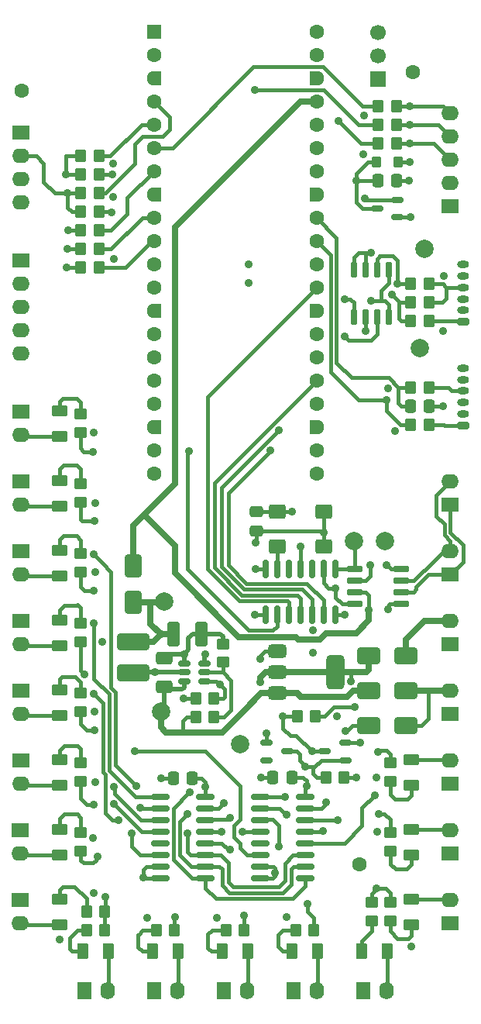
<source format=gtl>
%TF.GenerationSoftware,KiCad,Pcbnew,9.0.6-9.0.6~ubuntu24.04.1*%
%TF.CreationDate,2025-12-29T18:44:34-08:00*%
%TF.ProjectId,Pico-ButtonBoard-v1,5069636f-2d42-4757-9474-6f6e426f6172,1*%
%TF.SameCoordinates,Original*%
%TF.FileFunction,Copper,L1,Top*%
%TF.FilePolarity,Positive*%
%FSLAX46Y46*%
G04 Gerber Fmt 4.6, Leading zero omitted, Abs format (unit mm)*
G04 Created by KiCad (PCBNEW 9.0.6-9.0.6~ubuntu24.04.1) date 2025-12-29 18:44:34*
%MOMM*%
%LPD*%
G01*
G04 APERTURE LIST*
G04 Aperture macros list*
%AMRoundRect*
0 Rectangle with rounded corners*
0 $1 Rounding radius*
0 $2 $3 $4 $5 $6 $7 $8 $9 X,Y pos of 4 corners*
0 Add a 4 corners polygon primitive as box body*
4,1,4,$2,$3,$4,$5,$6,$7,$8,$9,$2,$3,0*
0 Add four circle primitives for the rounded corners*
1,1,$1+$1,$2,$3*
1,1,$1+$1,$4,$5*
1,1,$1+$1,$6,$7*
1,1,$1+$1,$8,$9*
0 Add four rect primitives between the rounded corners*
20,1,$1+$1,$2,$3,$4,$5,0*
20,1,$1+$1,$4,$5,$6,$7,0*
20,1,$1+$1,$6,$7,$8,$9,0*
20,1,$1+$1,$8,$9,$2,$3,0*%
%AMFreePoly0*
4,1,37,0.603843,0.796157,0.639018,0.796157,0.711114,0.766294,0.766294,0.711114,0.796157,0.639018,0.796157,0.603843,0.800000,0.600000,0.800000,-0.600000,0.796157,-0.603843,0.796157,-0.639018,0.766294,-0.711114,0.711114,-0.766294,0.639018,-0.796157,0.603843,-0.796157,0.600000,-0.800000,0.000000,-0.800000,0.000000,-0.796148,-0.078414,-0.796148,-0.232228,-0.765552,-0.377117,-0.705537,
-0.507515,-0.618408,-0.618408,-0.507515,-0.705537,-0.377117,-0.765552,-0.232228,-0.796148,-0.078414,-0.796148,0.078414,-0.765552,0.232228,-0.705537,0.377117,-0.618408,0.507515,-0.507515,0.618408,-0.377117,0.705537,-0.232228,0.765552,-0.078414,0.796148,0.000000,0.796148,0.000000,0.800000,0.600000,0.800000,0.603843,0.796157,0.603843,0.796157,$1*%
%AMFreePoly1*
4,1,37,0.000000,0.796148,0.078414,0.796148,0.232228,0.765552,0.377117,0.705537,0.507515,0.618408,0.618408,0.507515,0.705537,0.377117,0.765552,0.232228,0.796148,0.078414,0.796148,-0.078414,0.765552,-0.232228,0.705537,-0.377117,0.618408,-0.507515,0.507515,-0.618408,0.377117,-0.705537,0.232228,-0.765552,0.078414,-0.796148,0.000000,-0.796148,0.000000,-0.800000,-0.600000,-0.800000,
-0.603843,-0.796157,-0.639018,-0.796157,-0.711114,-0.766294,-0.766294,-0.711114,-0.796157,-0.639018,-0.796157,-0.603843,-0.800000,-0.600000,-0.800000,0.600000,-0.796157,0.603843,-0.796157,0.639018,-0.766294,0.711114,-0.711114,0.766294,-0.639018,0.796157,-0.603843,0.796157,-0.600000,0.800000,0.000000,0.800000,0.000000,0.796148,0.000000,0.796148,$1*%
G04 Aperture macros list end*
%TA.AperFunction,ComponentPad*%
%ADD10R,1.600200X1.905000*%
%TD*%
%TA.AperFunction,ComponentPad*%
%ADD11O,1.600200X1.905000*%
%TD*%
%TA.AperFunction,SMDPad,CuDef*%
%ADD12RoundRect,0.250000X-0.350000X-0.450000X0.350000X-0.450000X0.350000X0.450000X-0.350000X0.450000X0*%
%TD*%
%TA.AperFunction,SMDPad,CuDef*%
%ADD13RoundRect,0.250000X0.625000X-0.375000X0.625000X0.375000X-0.625000X0.375000X-0.625000X-0.375000X0*%
%TD*%
%TA.AperFunction,SMDPad,CuDef*%
%ADD14RoundRect,0.150000X-0.150000X0.825000X-0.150000X-0.825000X0.150000X-0.825000X0.150000X0.825000X0*%
%TD*%
%TA.AperFunction,SMDPad,CuDef*%
%ADD15RoundRect,0.250000X-1.000000X-0.650000X1.000000X-0.650000X1.000000X0.650000X-1.000000X0.650000X0*%
%TD*%
%TA.AperFunction,SMDPad,CuDef*%
%ADD16RoundRect,0.250000X-0.625000X0.375000X-0.625000X-0.375000X0.625000X-0.375000X0.625000X0.375000X0*%
%TD*%
%TA.AperFunction,SMDPad,CuDef*%
%ADD17RoundRect,0.250000X0.375000X0.625000X-0.375000X0.625000X-0.375000X-0.625000X0.375000X-0.625000X0*%
%TD*%
%TA.AperFunction,ComponentPad*%
%ADD18R,1.905000X1.600200*%
%TD*%
%TA.AperFunction,ComponentPad*%
%ADD19O,1.905000X1.600200*%
%TD*%
%TA.AperFunction,SMDPad,CuDef*%
%ADD20RoundRect,0.150000X0.512500X0.150000X-0.512500X0.150000X-0.512500X-0.150000X0.512500X-0.150000X0*%
%TD*%
%TA.AperFunction,SMDPad,CuDef*%
%ADD21RoundRect,0.150000X-0.825000X-0.150000X0.825000X-0.150000X0.825000X0.150000X-0.825000X0.150000X0*%
%TD*%
%TA.AperFunction,ComponentPad*%
%ADD22C,2.000000*%
%TD*%
%TA.AperFunction,SMDPad,CuDef*%
%ADD23RoundRect,0.250000X0.275000X0.350000X-0.275000X0.350000X-0.275000X-0.350000X0.275000X-0.350000X0*%
%TD*%
%TA.AperFunction,SMDPad,CuDef*%
%ADD24RoundRect,0.250000X-0.450000X0.350000X-0.450000X-0.350000X0.450000X-0.350000X0.450000X0.350000X0*%
%TD*%
%TA.AperFunction,SMDPad,CuDef*%
%ADD25RoundRect,0.250000X0.350000X0.450000X-0.350000X0.450000X-0.350000X-0.450000X0.350000X-0.450000X0*%
%TD*%
%TA.AperFunction,SMDPad,CuDef*%
%ADD26RoundRect,0.250000X-0.650000X1.000000X-0.650000X-1.000000X0.650000X-1.000000X0.650000X1.000000X0*%
%TD*%
%TA.AperFunction,SMDPad,CuDef*%
%ADD27RoundRect,0.250000X0.450000X-0.350000X0.450000X0.350000X-0.450000X0.350000X-0.450000X-0.350000X0*%
%TD*%
%TA.AperFunction,ComponentPad*%
%ADD28RoundRect,0.200000X-0.600000X-0.600000X0.600000X-0.600000X0.600000X0.600000X-0.600000X0.600000X0*%
%TD*%
%TA.AperFunction,ComponentPad*%
%ADD29C,1.600000*%
%TD*%
%TA.AperFunction,ComponentPad*%
%ADD30FreePoly0,0.000000*%
%TD*%
%TA.AperFunction,ComponentPad*%
%ADD31FreePoly1,0.000000*%
%TD*%
%TA.AperFunction,SMDPad,CuDef*%
%ADD32RoundRect,0.250000X0.337500X0.475000X-0.337500X0.475000X-0.337500X-0.475000X0.337500X-0.475000X0*%
%TD*%
%TA.AperFunction,ComponentPad*%
%ADD33R,1.700000X1.700000*%
%TD*%
%TA.AperFunction,ComponentPad*%
%ADD34C,1.700000*%
%TD*%
%TA.AperFunction,SMDPad,CuDef*%
%ADD35RoundRect,0.250000X-0.337500X-0.475000X0.337500X-0.475000X0.337500X0.475000X-0.337500X0.475000X0*%
%TD*%
%TA.AperFunction,SMDPad,CuDef*%
%ADD36C,1.600000*%
%TD*%
%TA.AperFunction,ComponentPad*%
%ADD37RoundRect,0.200000X0.450000X-0.200000X0.450000X0.200000X-0.450000X0.200000X-0.450000X-0.200000X0*%
%TD*%
%TA.AperFunction,ComponentPad*%
%ADD38O,1.300000X0.800000*%
%TD*%
%TA.AperFunction,SMDPad,CuDef*%
%ADD39RoundRect,0.150000X-0.512500X-0.150000X0.512500X-0.150000X0.512500X0.150000X-0.512500X0.150000X0*%
%TD*%
%TA.AperFunction,SMDPad,CuDef*%
%ADD40RoundRect,0.240000X0.660000X0.560000X-0.660000X0.560000X-0.660000X-0.560000X0.660000X-0.560000X0*%
%TD*%
%TA.AperFunction,SMDPad,CuDef*%
%ADD41RoundRect,0.150000X-0.725000X-0.150000X0.725000X-0.150000X0.725000X0.150000X-0.725000X0.150000X0*%
%TD*%
%TA.AperFunction,SMDPad,CuDef*%
%ADD42RoundRect,0.250000X-0.412500X-1.100000X0.412500X-1.100000X0.412500X1.100000X-0.412500X1.100000X0*%
%TD*%
%TA.AperFunction,SMDPad,CuDef*%
%ADD43RoundRect,0.276000X1.474000X-0.644000X1.474000X0.644000X-1.474000X0.644000X-1.474000X-0.644000X0*%
%TD*%
%TA.AperFunction,SMDPad,CuDef*%
%ADD44RoundRect,0.250000X0.475000X-0.337500X0.475000X0.337500X-0.475000X0.337500X-0.475000X-0.337500X0*%
%TD*%
%TA.AperFunction,SMDPad,CuDef*%
%ADD45RoundRect,0.375000X-0.625000X-0.375000X0.625000X-0.375000X0.625000X0.375000X-0.625000X0.375000X0*%
%TD*%
%TA.AperFunction,SMDPad,CuDef*%
%ADD46RoundRect,0.500000X-0.500000X-1.400000X0.500000X-1.400000X0.500000X1.400000X-0.500000X1.400000X0*%
%TD*%
%TA.AperFunction,SMDPad,CuDef*%
%ADD47RoundRect,0.150000X-0.150000X0.725000X-0.150000X-0.725000X0.150000X-0.725000X0.150000X0.725000X0*%
%TD*%
%TA.AperFunction,SMDPad,CuDef*%
%ADD48RoundRect,0.250000X0.650000X-0.412500X0.650000X0.412500X-0.650000X0.412500X-0.650000X-0.412500X0*%
%TD*%
%TA.AperFunction,ViaPad*%
%ADD49C,0.889000*%
%TD*%
%TA.AperFunction,Conductor*%
%ADD50C,0.381000*%
%TD*%
%TA.AperFunction,Conductor*%
%ADD51C,0.508000*%
%TD*%
%TA.AperFunction,Conductor*%
%ADD52C,0.635000*%
%TD*%
G04 APERTURE END LIST*
D10*
%TO.P,J14,1,Pin_1*%
%TO.N,GND*%
X210185000Y-176530000D03*
D11*
%TO.P,J14,2,Pin_2*%
%TO.N,Net-(D14-K)*%
X212725000Y-176530000D03*
%TD*%
D12*
%TO.P,R34,1*%
%TO.N,GND*%
X223028000Y-103378000D03*
%TO.P,R34,2*%
%TO.N,Net-(J25-Pin_1)*%
X225028000Y-103378000D03*
%TD*%
%TO.P,R27,1*%
%TO.N,/ENC0_B*%
X219472000Y-81915000D03*
%TO.P,R27,2*%
%TO.N,Net-(J17-Pin_4)*%
X221472000Y-81915000D03*
%TD*%
D13*
%TO.P,D2,1,K*%
%TO.N,Net-(D2-K)*%
X184658000Y-123574000D03*
%TO.P,D2,2,A*%
%TO.N,Net-(D2-A)*%
X184658000Y-120774000D03*
%TD*%
D14*
%TO.P,U5,1,TXCAN*%
%TO.N,/CANTX*%
X214757000Y-130472500D03*
%TO.P,U5,2,RXCAN*%
%TO.N,/CANRX*%
X213487000Y-130472500D03*
%TO.P,U5,3,SOF*%
%TO.N,unconnected-(U5-CLKO{slash}SOF-Pad3)*%
X212217000Y-130472500D03*
%TO.P,U5,4,~{INT}*%
%TO.N,/~{CAN_IRQ}*%
X210947000Y-130472500D03*
%TO.P,U5,5,OSC2*%
%TO.N,unconnected-(U5-OSC2-Pad5)*%
X209677000Y-130472500D03*
%TO.P,U5,6,OSC1*%
%TO.N,Net-(U4-OUT)*%
X208407000Y-130472500D03*
%TO.P,U5,7,VSS*%
%TO.N,GND*%
X207137000Y-130472500D03*
%TO.P,U5,8,~{INT1}/GPIO1*%
%TO.N,/~{CAN_RX_IRQ}*%
X207137000Y-135422500D03*
%TO.P,U5,9,~{INT0}/GPIO0/XSTBY*%
%TO.N,/~{CAN_TX_IRQ}*%
X208407000Y-135422500D03*
%TO.P,U5,10,SCK*%
%TO.N,/SPI0_SCK*%
X209677000Y-135422500D03*
%TO.P,U5,11,SDI*%
%TO.N,/SPI0_MOSI*%
X210947000Y-135422500D03*
%TO.P,U5,12,SDO*%
%TO.N,/SPI0_MISO*%
X212217000Y-135422500D03*
%TO.P,U5,13,~{CS}*%
%TO.N,/~{SPI0_CS}*%
X213487000Y-135422500D03*
%TO.P,U5,14,VDD*%
%TO.N,+3V3*%
X214757000Y-135422500D03*
%TD*%
D15*
%TO.P,D18,1,K*%
%TO.N,Net-(D18-K)*%
X218472000Y-147574000D03*
%TO.P,D18,2,A*%
%TO.N,/Power Supply/+V_DC*%
X222472000Y-147574000D03*
%TD*%
D16*
%TO.P,D21,1,K*%
%TO.N,Net-(D21-K)*%
X223083590Y-166488311D03*
%TO.P,D21,2,A*%
%TO.N,Net-(D21-A)*%
X223083590Y-169288311D03*
%TD*%
D17*
%TO.P,D12,1,K*%
%TO.N,Net-(D12-K)*%
X205235000Y-172212000D03*
%TO.P,D12,2,A*%
%TO.N,Net-(D12-A)*%
X202435000Y-172212000D03*
%TD*%
D18*
%TO.P,J20,1,Pin_1*%
%TO.N,GND*%
X227330000Y-138667820D03*
D19*
%TO.P,J20,2,Pin_2*%
%TO.N,/Power Supply/+V_BAT*%
X227330000Y-136127820D03*
%TD*%
D20*
%TO.P,U9,1,GND*%
%TO.N,GND*%
X221609500Y-92045000D03*
%TO.P,U9,2,VO*%
%TO.N,+3V3A*%
X221609500Y-90145000D03*
%TO.P,U9,3,VI*%
%TO.N,Net-(U9-VI)*%
X219334500Y-91095000D03*
%TD*%
D21*
%TO.P,U3,1,I3*%
%TO.N,Net-(U3-I3)*%
X206567000Y-155321000D03*
%TO.P,U3,2,I2*%
%TO.N,Net-(U3-I2)*%
X206567000Y-156591000D03*
%TO.P,U3,3,I1*%
%TO.N,Net-(U3-I1)*%
X206567000Y-157861000D03*
%TO.P,U3,4,I0*%
%TO.N,Net-(U3-I0)*%
X206567000Y-159131000D03*
%TO.P,U3,5,Z*%
%TO.N,unconnected-(U3-Z-Pad5)*%
X206567000Y-160401000D03*
%TO.P,U3,6,~{Z}*%
%TO.N,/BUTTON_DB*%
X206567000Y-161671000D03*
%TO.P,U3,7,~{E}*%
%TO.N,GND*%
X206567000Y-162941000D03*
%TO.P,U3,8,GND*%
X206567000Y-164211000D03*
%TO.P,U3,9,S2*%
%TO.N,/BUTTON_S2*%
X211517000Y-164211000D03*
%TO.P,U3,10,S1*%
%TO.N,/BUTTON_S1*%
X211517000Y-162941000D03*
%TO.P,U3,11,S0*%
%TO.N,/BUTTON_S0*%
X211517000Y-161671000D03*
%TO.P,U3,12,I7*%
%TO.N,Net-(U3-I7)*%
X211517000Y-160401000D03*
%TO.P,U3,13,I6*%
%TO.N,Net-(U3-I6)*%
X211517000Y-159131000D03*
%TO.P,U3,14,I5*%
%TO.N,Net-(U3-I5)*%
X211517000Y-157861000D03*
%TO.P,U3,15,I4*%
%TO.N,Net-(U3-I4)*%
X211517000Y-156591000D03*
%TO.P,U3,16,VCC*%
%TO.N,+3V3*%
X211517000Y-155321000D03*
%TD*%
D22*
%TO.P,TP1,1,1*%
%TO.N,/Power Supply/V_PS*%
X195707000Y-146050000D03*
%TD*%
%TO.P,TP4,1,1*%
%TO.N,/CANTX*%
X216789000Y-127381000D03*
%TD*%
D18*
%TO.P,J6,1,Pin_1*%
%TO.N,GND*%
X180411590Y-136138311D03*
D19*
%TO.P,J6,2,Pin_2*%
%TO.N,Net-(D4-K)*%
X180411590Y-138678311D03*
%TD*%
D23*
%TO.P,L2,1*%
%TO.N,+5V*%
X221622000Y-85979000D03*
%TO.P,L2,2*%
%TO.N,Net-(U9-VI)*%
X219322000Y-85979000D03*
%TD*%
D15*
%TO.P,D17,1,K*%
%TO.N,/Power Supply/V_PS*%
X218472000Y-143764000D03*
%TO.P,D17,2,A*%
%TO.N,/Power Supply/+V_DC*%
X222472000Y-143764000D03*
%TD*%
D24*
%TO.P,R29,1*%
%TO.N,+3V3*%
X220797590Y-151648311D03*
%TO.P,R29,2*%
%TO.N,Net-(D19-A)*%
X220797590Y-153648311D03*
%TD*%
D25*
%TO.P,R21,1*%
%TO.N,+3V3*%
X204835000Y-169926000D03*
%TO.P,R21,2*%
%TO.N,Net-(D12-A)*%
X202835000Y-169926000D03*
%TD*%
D26*
%TO.P,D10,1,K*%
%TO.N,+5V*%
X192659000Y-130080000D03*
%TO.P,D10,2,A*%
%TO.N,Net-(D10-A)*%
X192659000Y-134080000D03*
%TD*%
D27*
%TO.P,R2,1*%
%TO.N,+3V3*%
X186944000Y-123174000D03*
%TO.P,R2,2*%
%TO.N,Net-(D2-A)*%
X186944000Y-121174000D03*
%TD*%
D28*
%TO.P,A1,1,GPIO0*%
%TO.N,/ENC0_A*%
X194945000Y-71755000D03*
D29*
%TO.P,A1,2,GPIO1*%
%TO.N,/ENC0_B*%
X194945000Y-74295000D03*
D30*
%TO.P,A1,3,GND*%
%TO.N,GND*%
X194945000Y-76835000D03*
D29*
%TO.P,A1,4,GPIO2*%
%TO.N,/ID0*%
X194945000Y-79375000D03*
%TO.P,A1,5,GPIO3*%
%TO.N,/ID1*%
X194945000Y-81915000D03*
%TO.P,A1,6,GPIO4*%
%TO.N,/ENC0_PWM*%
X194945000Y-84455000D03*
%TO.P,A1,7,GPIO5*%
%TO.N,/ENC1_A*%
X194945000Y-86995000D03*
D30*
%TO.P,A1,8,GND*%
%TO.N,GND*%
X194945000Y-89535000D03*
D29*
%TO.P,A1,9,GPIO6*%
%TO.N,/ENC1_B*%
X194945000Y-92075000D03*
%TO.P,A1,10,GPIO7*%
%TO.N,/ENC1_PWM*%
X194945000Y-94615000D03*
%TO.P,A1,11,SPI1_RX*%
%TO.N,/SPI1_MISO*%
X194945000Y-97155000D03*
%TO.P,A1,12,~{SPI1_CSn}*%
%TO.N,/~{ADC_CS}*%
X194945000Y-99695000D03*
D30*
%TO.P,A1,13,GND*%
%TO.N,GND*%
X194945000Y-102235000D03*
D29*
%TO.P,A1,14,SPI1_SCK*%
%TO.N,/SPI1_SCK*%
X194945000Y-104775000D03*
%TO.P,A1,15,GPIO11*%
%TO.N,/BUTTON_DB*%
X194945000Y-107315000D03*
%TO.P,A1,16,GPIO12*%
%TO.N,/BUTTON_S0*%
X194945000Y-109855000D03*
%TO.P,A1,17,GPIO13*%
%TO.N,/BUTTON_S1*%
X194945000Y-112395000D03*
D30*
%TO.P,A1,18,GND*%
%TO.N,GND*%
X194945000Y-114935000D03*
D29*
%TO.P,A1,19,GPIO14*%
%TO.N,/~{CAN_TX_IRQ}*%
X194945000Y-117475000D03*
%TO.P,A1,20,GPIO15*%
%TO.N,/BUTTON_S2*%
X194945000Y-120015000D03*
%TO.P,A1,21,GPIO16*%
%TO.N,/BUTTON_DA*%
X212725000Y-120015000D03*
%TO.P,A1,22,GPIO17*%
%TO.N,/~{CAN_IRQ}*%
X212725000Y-117475000D03*
D31*
%TO.P,A1,23,GND*%
%TO.N,GND*%
X212725000Y-114935000D03*
D29*
%TO.P,A1,24,GPIO18*%
%TO.N,/~{CAN_RX_IRQ}*%
X212725000Y-112395000D03*
%TO.P,A1,25,SPI0_TX*%
%TO.N,/SPI0_MOSI*%
X212725000Y-109855000D03*
%TO.P,A1,26,SPI0_RX*%
%TO.N,/SPI0_MISO*%
X212725000Y-107315000D03*
%TO.P,A1,27,~{SPI0_CSn}*%
%TO.N,/~{SPI0_CS}*%
X212725000Y-104775000D03*
D31*
%TO.P,A1,28,GND*%
%TO.N,GND*%
X212725000Y-102235000D03*
D29*
%TO.P,A1,29,SPI0_SCK*%
%TO.N,/SPI0_SCK*%
X212725000Y-99695000D03*
%TO.P,A1,30,~{RESET}*%
%TO.N,Net-(A1-RUN)*%
X212725000Y-97155000D03*
%TO.P,A1,31,ADC0*%
%TO.N,/X0_ADC*%
X212725000Y-94615000D03*
%TO.P,A1,32,ADC1*%
%TO.N,/Y0_ADC*%
X212725000Y-92075000D03*
D31*
%TO.P,A1,33,AGND*%
%TO.N,GND*%
X212725000Y-89535000D03*
D29*
%TO.P,A1,34,ADC2*%
%TO.N,/X1_ADC*%
X212725000Y-86995000D03*
%TO.P,A1,35,ADC_VREF*%
%TO.N,+3V3A*%
X212725000Y-84455000D03*
%TO.P,A1,36,3V3*%
%TO.N,+3V3*%
X212725000Y-81915000D03*
%TO.P,A1,37,3V3_EN*%
%TO.N,+5V*%
X212725000Y-79375000D03*
D31*
%TO.P,A1,38,GND*%
%TO.N,GND*%
X212725000Y-76835000D03*
D29*
%TO.P,A1,39,VSYS*%
%TO.N,+5V*%
X212725000Y-74295000D03*
%TO.P,A1,40,VBUS*%
%TO.N,unconnected-(A1-VBUS-Pad40)*%
X212725000Y-71755000D03*
%TD*%
D25*
%TO.P,R18,1*%
%TO.N,Net-(U2-FB)*%
X201533000Y-144602200D03*
%TO.P,R18,2*%
%TO.N,GND*%
X199533000Y-144602200D03*
%TD*%
D32*
%TO.P,C5,1*%
%TO.N,+3V3*%
X210052500Y-153206000D03*
%TO.P,C5,2*%
%TO.N,GND*%
X207977500Y-153206000D03*
%TD*%
D22*
%TO.P,TP7,1,1*%
%TO.N,+3V3A*%
X224536000Y-95504000D03*
%TD*%
D18*
%TO.P,J8,1,Pin_1*%
%TO.N,GND*%
X180411590Y-151378311D03*
D19*
%TO.P,J8,2,Pin_2*%
%TO.N,Net-(D6-K)*%
X180411590Y-153918311D03*
%TD*%
D16*
%TO.P,D20,1,K*%
%TO.N,Net-(D20-K)*%
X223083590Y-158868311D03*
%TO.P,D20,2,A*%
%TO.N,Net-(D20-A)*%
X223083590Y-161668311D03*
%TD*%
D13*
%TO.P,D4,1,K*%
%TO.N,Net-(D4-K)*%
X184658000Y-138814000D03*
%TO.P,D4,2,A*%
%TO.N,Net-(D4-A)*%
X184658000Y-136014000D03*
%TD*%
D12*
%TO.P,R36,1*%
%TO.N,/X0_ADC*%
X223028000Y-114681000D03*
%TO.P,R36,2*%
%TO.N,Net-(J26-Pin_1)*%
X225028000Y-114681000D03*
%TD*%
D33*
%TO.P,J16,1,Pin_1*%
%TO.N,+3V3*%
X219456000Y-76962000D03*
D34*
%TO.P,J16,2,Pin_2*%
%TO.N,/Encoder Inputs/ENC_VCC*%
X219456000Y-74422000D03*
%TO.P,J16,3,Pin_3*%
%TO.N,+5V*%
X219456000Y-71882000D03*
%TD*%
D25*
%TO.P,R22,1*%
%TO.N,+3V3*%
X212455000Y-169926000D03*
%TO.P,R22,2*%
%TO.N,Net-(D14-A)*%
X210455000Y-169926000D03*
%TD*%
D18*
%TO.P,J3,1,Pin_1*%
%TO.N,GND*%
X180411590Y-113278311D03*
D19*
%TO.P,J3,2,Pin_2*%
%TO.N,Net-(D1-K)*%
X180411590Y-115818311D03*
%TD*%
D35*
%TO.P,C7,1*%
%TO.N,/Y0_ADC*%
X222990500Y-112649000D03*
%TO.P,C7,2*%
%TO.N,GND*%
X225065500Y-112649000D03*
%TD*%
D21*
%TO.P,U1,1,I3*%
%TO.N,Net-(U1-I3)*%
X195645000Y-155321000D03*
%TO.P,U1,2,I2*%
%TO.N,Net-(U1-I2)*%
X195645000Y-156591000D03*
%TO.P,U1,3,I1*%
%TO.N,Net-(U1-I1)*%
X195645000Y-157861000D03*
%TO.P,U1,4,I0*%
%TO.N,Net-(U1-I0)*%
X195645000Y-159131000D03*
%TO.P,U1,5,Z*%
%TO.N,unconnected-(U1-Z-Pad5)*%
X195645000Y-160401000D03*
%TO.P,U1,6,~{Z}*%
%TO.N,/BUTTON_DA*%
X195645000Y-161671000D03*
%TO.P,U1,7,~{E}*%
%TO.N,GND*%
X195645000Y-162941000D03*
%TO.P,U1,8,GND*%
X195645000Y-164211000D03*
%TO.P,U1,9,S2*%
%TO.N,/BUTTON_S2*%
X200595000Y-164211000D03*
%TO.P,U1,10,S1*%
%TO.N,/BUTTON_S1*%
X200595000Y-162941000D03*
%TO.P,U1,11,S0*%
%TO.N,/BUTTON_S0*%
X200595000Y-161671000D03*
%TO.P,U1,12,I7*%
%TO.N,Net-(U1-I7)*%
X200595000Y-160401000D03*
%TO.P,U1,13,I6*%
%TO.N,Net-(U1-I6)*%
X200595000Y-159131000D03*
%TO.P,U1,14,I5*%
%TO.N,Net-(U1-I5)*%
X200595000Y-157861000D03*
%TO.P,U1,15,I4*%
%TO.N,Net-(U1-I4)*%
X200595000Y-156591000D03*
%TO.P,U1,16,VCC*%
%TO.N,+3V3*%
X200595000Y-155321000D03*
%TD*%
D18*
%TO.P,J7,1,Pin_1*%
%TO.N,GND*%
X180411590Y-143758311D03*
D19*
%TO.P,J7,2,Pin_2*%
%TO.N,Net-(D5-K)*%
X180411590Y-146298311D03*
%TD*%
D36*
%TO.P,FID3,*%
%TO.N,*%
X223266000Y-76200000D03*
%TD*%
D12*
%TO.P,R35,1*%
%TO.N,/Y0_ADC*%
X223028000Y-110617000D03*
%TO.P,R35,2*%
%TO.N,Net-(J26-Pin_4)*%
X225028000Y-110617000D03*
%TD*%
%TO.P,R26,1*%
%TO.N,/ENC0_PWM*%
X219472000Y-79883000D03*
%TO.P,R26,2*%
%TO.N,Net-(J17-Pin_5)*%
X221472000Y-79883000D03*
%TD*%
D18*
%TO.P,J22,1,Pin_1*%
%TO.N,GND*%
X227330000Y-153907820D03*
D19*
%TO.P,J22,2,Pin_2*%
%TO.N,Net-(D19-K)*%
X227330000Y-151367820D03*
%TD*%
D16*
%TO.P,D19,1,K*%
%TO.N,Net-(D19-K)*%
X223083590Y-151248311D03*
%TO.P,D19,2,A*%
%TO.N,Net-(D19-A)*%
X223083590Y-154048311D03*
%TD*%
D22*
%TO.P,TP2,1,1*%
%TO.N,Net-(D10-A)*%
X196088000Y-133985000D03*
%TD*%
D37*
%TO.P,J26,1,Pin_1*%
%TO.N,Net-(J26-Pin_1)*%
X228801000Y-114748000D03*
D38*
%TO.P,J26,2,Pin_2*%
%TO.N,+3V3A*%
X228801000Y-113498000D03*
%TO.P,J26,3,Pin_3*%
%TO.N,GND*%
X228801000Y-112248000D03*
%TO.P,J26,4,Pin_4*%
%TO.N,Net-(J26-Pin_4)*%
X228801000Y-110998000D03*
%TO.P,J26,5,Pin_5*%
%TO.N,+3V3A*%
X228801000Y-109748000D03*
%TO.P,J26,6,Pin_6*%
%TO.N,GND*%
X228801000Y-108498000D03*
%TD*%
D18*
%TO.P,J21,1,Pin_1*%
%TO.N,GND*%
X227330000Y-146287820D03*
D19*
%TO.P,J21,2,Pin_2*%
%TO.N,/Power Supply/+V_DC*%
X227330000Y-143747820D03*
%TD*%
D10*
%TO.P,J12,1,Pin_1*%
%TO.N,GND*%
X194945000Y-176530000D03*
D11*
%TO.P,J12,2,Pin_2*%
%TO.N,Net-(D11-K)*%
X197485000Y-176530000D03*
%TD*%
D22*
%TO.P,TP5,1,1*%
%TO.N,/CANRX*%
X220218000Y-127381000D03*
%TD*%
D17*
%TO.P,D15,1,K*%
%TO.N,Net-(D15-K)*%
X220475000Y-172212000D03*
%TO.P,D15,2,A*%
%TO.N,Net-(D15-A)*%
X217675000Y-172212000D03*
%TD*%
D10*
%TO.P,J11,1,Pin_1*%
%TO.N,GND*%
X187325000Y-176530000D03*
D11*
%TO.P,J11,2,Pin_2*%
%TO.N,Net-(D9-K)*%
X189865000Y-176530000D03*
%TD*%
D25*
%TO.P,R14,1*%
%TO.N,/ENC1_PWM*%
X188960000Y-97536000D03*
%TO.P,R14,2*%
%TO.N,Net-(J2-Pin_5)*%
X186960000Y-97536000D03*
%TD*%
D22*
%TO.P,TP6,1,1*%
%TO.N,GND*%
X224028000Y-106349800D03*
%TD*%
D18*
%TO.P,J23,1,Pin_1*%
%TO.N,GND*%
X227330000Y-161527820D03*
D19*
%TO.P,J23,2,Pin_2*%
%TO.N,Net-(D20-K)*%
X227330000Y-158987820D03*
%TD*%
D24*
%TO.P,R30,1*%
%TO.N,+3V3*%
X220797590Y-159268311D03*
%TO.P,R30,2*%
%TO.N,Net-(D20-A)*%
X220797590Y-161268311D03*
%TD*%
D17*
%TO.P,D14,1,K*%
%TO.N,Net-(D14-K)*%
X212855000Y-172212000D03*
%TO.P,D14,2,A*%
%TO.N,Net-(D14-A)*%
X210055000Y-172212000D03*
%TD*%
D39*
%TO.P,D13,1,A*%
%TO.N,GND*%
X207269500Y-149418000D03*
%TO.P,D13,2*%
%TO.N,N/C*%
X207269500Y-151318000D03*
%TO.P,D13,3,K*%
%TO.N,Net-(D13-K)*%
X209544500Y-150368000D03*
%TD*%
D18*
%TO.P,J18,1,Pin_1*%
%TO.N,/CAN_L*%
X227330000Y-123427820D03*
D19*
%TO.P,J18,2,Pin_2*%
%TO.N,/CAN_H*%
X227330000Y-120887820D03*
%TD*%
D40*
%TO.P,U4,1,EN*%
%TO.N,+3V3*%
X213487000Y-124189500D03*
%TO.P,U4,2,GND*%
%TO.N,GND*%
X208407000Y-124189500D03*
%TO.P,U4,3,OUT*%
%TO.N,Net-(U4-OUT)*%
X208407000Y-127989500D03*
%TO.P,U4,4,+Vs*%
%TO.N,+3V3*%
X213487000Y-127989500D03*
%TD*%
D18*
%TO.P,J5,1,Pin_1*%
%TO.N,GND*%
X180411590Y-128518311D03*
D19*
%TO.P,J5,2,Pin_2*%
%TO.N,Net-(D3-K)*%
X180411590Y-131058311D03*
%TD*%
D27*
%TO.P,R4,1*%
%TO.N,+3V3*%
X186944000Y-138414000D03*
%TO.P,R4,2*%
%TO.N,Net-(D4-A)*%
X186944000Y-136414000D03*
%TD*%
D10*
%TO.P,J13,1,Pin_1*%
%TO.N,GND*%
X202565000Y-176530000D03*
D11*
%TO.P,J13,2,Pin_2*%
%TO.N,Net-(D12-K)*%
X205105000Y-176530000D03*
%TD*%
D41*
%TO.P,U8,1,TXD*%
%TO.N,/CANTX*%
X216881000Y-130458300D03*
%TO.P,U8,2,V_{SS}*%
%TO.N,GND*%
X216881000Y-131728300D03*
%TO.P,U8,3,V_{DD}*%
%TO.N,+5V*%
X216881000Y-132998300D03*
%TO.P,U8,4,RXD*%
%TO.N,/CANRX*%
X216881000Y-134268300D03*
%TO.P,U8,5,V_{IO}*%
%TO.N,+3V3*%
X222031000Y-134268300D03*
%TO.P,U8,6,CANL*%
%TO.N,/CAN_L*%
X222031000Y-132998300D03*
%TO.P,U8,7,CANH*%
%TO.N,/CAN_H*%
X222031000Y-131728300D03*
%TO.P,U8,8,S*%
%TO.N,GND*%
X222031000Y-130458300D03*
%TD*%
D25*
%TO.P,R15,1*%
%TO.N,+3V3*%
X189595000Y-167894000D03*
%TO.P,R15,2*%
%TO.N,Net-(D8-A)*%
X187595000Y-167894000D03*
%TD*%
D12*
%TO.P,R10,1*%
%TO.N,Net-(J1-Pin_2)*%
X186960000Y-89408000D03*
%TO.P,R10,2*%
%TO.N,/ID0*%
X188960000Y-89408000D03*
%TD*%
D17*
%TO.P,D11,1,K*%
%TO.N,Net-(D11-K)*%
X197615000Y-172212000D03*
%TO.P,D11,2,A*%
%TO.N,Net-(D11-A)*%
X194815000Y-172212000D03*
%TD*%
D37*
%TO.P,J25,1,Pin_1*%
%TO.N,Net-(J25-Pin_1)*%
X228801000Y-103455000D03*
D38*
%TO.P,J25,2,Pin_2*%
%TO.N,+3V3A*%
X228801000Y-102205000D03*
%TO.P,J25,3,Pin_3*%
%TO.N,GND*%
X228801000Y-100955000D03*
%TO.P,J25,4,Pin_4*%
%TO.N,Net-(J25-Pin_4)*%
X228801000Y-99705000D03*
%TO.P,J25,5,Pin_5*%
%TO.N,+3V3A*%
X228801000Y-98455000D03*
%TO.P,J25,6,Pin_6*%
%TO.N,GND*%
X228801000Y-97205000D03*
%TD*%
D27*
%TO.P,R7,1*%
%TO.N,+3V3*%
X186944000Y-161274000D03*
%TO.P,R7,2*%
%TO.N,Net-(D7-A)*%
X186944000Y-159274000D03*
%TD*%
D18*
%TO.P,J4,1,Pin_1*%
%TO.N,GND*%
X180411590Y-120898311D03*
D19*
%TO.P,J4,2,Pin_2*%
%TO.N,Net-(D2-K)*%
X180411590Y-123438311D03*
%TD*%
D12*
%TO.P,R8,1*%
%TO.N,Net-(J1-Pin_4)*%
X186960000Y-85344000D03*
%TO.P,R8,2*%
%TO.N,/ID1*%
X188960000Y-85344000D03*
%TD*%
D18*
%TO.P,J10,1,Pin_1*%
%TO.N,GND*%
X180340000Y-166607820D03*
D19*
%TO.P,J10,2,Pin_2*%
%TO.N,Net-(D8-K)*%
X180340000Y-169147820D03*
%TD*%
D42*
%TO.P,C3,1*%
%TO.N,Net-(D10-A)*%
X197065500Y-137541000D03*
%TO.P,C3,2*%
%TO.N,GND*%
X200190500Y-137541000D03*
%TD*%
D43*
%TO.P,L1,1,1*%
%TO.N,Net-(U2-SW)*%
X192659000Y-141751000D03*
%TO.P,L1,2,2*%
%TO.N,Net-(D10-A)*%
X192659000Y-138411000D03*
%TD*%
D20*
%TO.P,Q1,1,G*%
%TO.N,Net-(D13-K)*%
X215894500Y-151318000D03*
%TO.P,Q1,2,S*%
%TO.N,GND*%
X215894500Y-149418000D03*
%TO.P,Q1,3,D*%
%TO.N,Net-(D22-K)*%
X213619500Y-150368000D03*
%TD*%
D25*
%TO.P,R17,1*%
%TO.N,+3V3*%
X197215000Y-169926000D03*
%TO.P,R17,2*%
%TO.N,Net-(D11-A)*%
X195215000Y-169926000D03*
%TD*%
D18*
%TO.P,J2,1,Pin_1*%
%TO.N,GND*%
X180411590Y-96768311D03*
D19*
%TO.P,J2,2,Pin_2*%
%TO.N,/Encoder Inputs/ENC_VCC*%
X180411590Y-99308311D03*
%TO.P,J2,3,Pin_3*%
%TO.N,Net-(J2-Pin_3)*%
X180411590Y-101848311D03*
%TO.P,J2,4,Pin_4*%
%TO.N,Net-(J2-Pin_4)*%
X180411590Y-104388311D03*
%TO.P,J2,5,Pin_5*%
%TO.N,Net-(J2-Pin_5)*%
X180411590Y-106928311D03*
%TD*%
D13*
%TO.P,D6,1,K*%
%TO.N,Net-(D6-K)*%
X184658000Y-154054000D03*
%TO.P,D6,2,A*%
%TO.N,Net-(D6-A)*%
X184658000Y-151254000D03*
%TD*%
D39*
%TO.P,U2,1,GND*%
%TO.N,GND*%
X198252500Y-140782000D03*
%TO.P,U2,2,SW*%
%TO.N,Net-(U2-SW)*%
X198252500Y-141732000D03*
%TO.P,U2,3,VIN*%
%TO.N,/Power Supply/V_PS*%
X198252500Y-142682000D03*
%TO.P,U2,4,FB*%
%TO.N,Net-(U2-FB)*%
X200527500Y-142682000D03*
%TO.P,U2,5,EN*%
%TO.N,Net-(U2-EN)*%
X200527500Y-141732000D03*
%TO.P,U2,6,BOOT*%
%TO.N,Net-(U2-BOOT)*%
X200527500Y-140782000D03*
%TD*%
D32*
%TO.P,C2,1*%
%TO.N,+3V3*%
X199157500Y-153289000D03*
%TO.P,C2,2*%
%TO.N,GND*%
X197082500Y-153289000D03*
%TD*%
D13*
%TO.P,D8,1,K*%
%TO.N,Net-(D8-K)*%
X184658000Y-169294000D03*
%TO.P,D8,2,A*%
%TO.N,Net-(D8-A)*%
X184658000Y-166494000D03*
%TD*%
D24*
%TO.P,R25,1*%
%TO.N,+3V3*%
X218765590Y-166888311D03*
%TO.P,R25,2*%
%TO.N,Net-(D15-A)*%
X218765590Y-168888311D03*
%TD*%
D35*
%TO.P,C6,1*%
%TO.N,Net-(U9-VI)*%
X219434500Y-88011000D03*
%TO.P,C6,2*%
%TO.N,GND*%
X221509500Y-88011000D03*
%TD*%
D25*
%TO.P,R12,1*%
%TO.N,/ENC1_A*%
X188960000Y-93472000D03*
%TO.P,R12,2*%
%TO.N,Net-(J2-Pin_3)*%
X186960000Y-93472000D03*
%TD*%
D44*
%TO.P,C4,1*%
%TO.N,+3V3*%
X206121000Y-126259500D03*
%TO.P,C4,2*%
%TO.N,GND*%
X206121000Y-124184500D03*
%TD*%
D45*
%TO.P,U6,1,IN*%
%TO.N,Net-(Q2-D)*%
X208457000Y-139432000D03*
%TO.P,U6,2,Vs*%
%TO.N,Net-(D16-K)*%
X208457000Y-141732000D03*
D46*
X214757000Y-141732000D03*
D45*
%TO.P,U6,3,OUT*%
%TO.N,/Power Supply/V_PS*%
X208457000Y-144032000D03*
%TD*%
D15*
%TO.P,D16,1,K*%
%TO.N,Net-(D16-K)*%
X218472000Y-139954000D03*
%TO.P,D16,2,A*%
%TO.N,/Power Supply/+V_BAT*%
X222472000Y-139954000D03*
%TD*%
D36*
%TO.P,FID2,*%
%TO.N,*%
X217424000Y-162687000D03*
%TD*%
D27*
%TO.P,R1,1*%
%TO.N,+3V3*%
X186944000Y-115554000D03*
%TO.P,R1,2*%
%TO.N,Net-(D1-A)*%
X186944000Y-113554000D03*
%TD*%
D25*
%TO.P,R11,1*%
%TO.N,+3V3*%
X188960000Y-91440000D03*
%TO.P,R11,2*%
%TO.N,Net-(J1-Pin_2)*%
X186960000Y-91440000D03*
%TD*%
D10*
%TO.P,J15,1,Pin_1*%
%TO.N,GND*%
X217805000Y-176530000D03*
D11*
%TO.P,J15,2,Pin_2*%
%TO.N,Net-(D15-K)*%
X220345000Y-176530000D03*
%TD*%
D25*
%TO.P,R9,1*%
%TO.N,+3V3*%
X188960000Y-87376000D03*
%TO.P,R9,2*%
%TO.N,Net-(J1-Pin_4)*%
X186960000Y-87376000D03*
%TD*%
D27*
%TO.P,R5,1*%
%TO.N,+3V3*%
X186944000Y-146034000D03*
%TO.P,R5,2*%
%TO.N,Net-(D5-A)*%
X186944000Y-144034000D03*
%TD*%
D18*
%TO.P,J19,1,Pin_1*%
%TO.N,/CAN_L*%
X227330000Y-131047820D03*
D19*
%TO.P,J19,2,Pin_2*%
%TO.N,/CAN_H*%
X227330000Y-128507820D03*
%TD*%
D25*
%TO.P,R19,1*%
%TO.N,Net-(U2-EN)*%
X201533000Y-146634200D03*
%TO.P,R19,2*%
%TO.N,/Power Supply/V_PS*%
X199533000Y-146634200D03*
%TD*%
D18*
%TO.P,J9,1,Pin_1*%
%TO.N,GND*%
X180340000Y-158987820D03*
D19*
%TO.P,J9,2,Pin_2*%
%TO.N,Net-(D7-K)*%
X180340000Y-161527820D03*
%TD*%
D47*
%TO.P,U7,1,Vref*%
%TO.N,+3V3A*%
X220599000Y-97755000D03*
%TO.P,U7,2,IN+*%
%TO.N,Net-(U7-IN+)*%
X219329000Y-97755000D03*
%TO.P,U7,3,IN-*%
%TO.N,GND*%
X218059000Y-97755000D03*
%TO.P,U7,4,Vss*%
X216789000Y-97755000D03*
%TO.P,U7,5,~{CS}/SHDN*%
%TO.N,/~{ADC_CS}*%
X216789000Y-102905000D03*
%TO.P,U7,6,Dout*%
%TO.N,/SPI1_MISO*%
X218059000Y-102905000D03*
%TO.P,U7,7,CLK*%
%TO.N,/SPI1_SCK*%
X219329000Y-102905000D03*
%TO.P,U7,8,Vdd*%
%TO.N,+3V3A*%
X220599000Y-102905000D03*
%TD*%
D27*
%TO.P,R6,1*%
%TO.N,+3V3*%
X186944000Y-153654000D03*
%TO.P,R6,2*%
%TO.N,Net-(D6-A)*%
X186944000Y-151654000D03*
%TD*%
D48*
%TO.P,C1,1*%
%TO.N,/Power Supply/V_PS*%
X196088000Y-143294500D03*
%TO.P,C1,2*%
%TO.N,GND*%
X196088000Y-140169500D03*
%TD*%
D25*
%TO.P,R13,1*%
%TO.N,/ENC1_B*%
X188960000Y-95504000D03*
%TO.P,R13,2*%
%TO.N,Net-(J2-Pin_4)*%
X186960000Y-95504000D03*
%TD*%
D36*
%TO.P,FID1,*%
%TO.N,*%
X180467000Y-78232000D03*
%TD*%
D17*
%TO.P,D9,1,K*%
%TO.N,Net-(D9-K)*%
X189995000Y-172212000D03*
%TO.P,D9,2,A*%
%TO.N,Net-(D9-A)*%
X187195000Y-172212000D03*
%TD*%
D18*
%TO.P,J1,1,Pin_1*%
%TO.N,GND*%
X180411590Y-82798311D03*
D19*
%TO.P,J1,2,Pin_2*%
%TO.N,Net-(J1-Pin_2)*%
X180411590Y-85338311D03*
%TO.P,J1,3,Pin_3*%
%TO.N,GND*%
X180411590Y-87878311D03*
%TO.P,J1,4,Pin_4*%
%TO.N,Net-(J1-Pin_4)*%
X180411590Y-90418311D03*
%TD*%
D27*
%TO.P,R3,1*%
%TO.N,+3V3*%
X186944000Y-130794000D03*
%TO.P,R3,2*%
%TO.N,Net-(D3-A)*%
X186944000Y-128794000D03*
%TD*%
D25*
%TO.P,R16,1*%
%TO.N,+3V3*%
X189595000Y-169926000D03*
%TO.P,R16,2*%
%TO.N,Net-(D9-A)*%
X187595000Y-169926000D03*
%TD*%
D13*
%TO.P,D5,1,K*%
%TO.N,Net-(D5-K)*%
X184658000Y-146434000D03*
%TO.P,D5,2,A*%
%TO.N,Net-(D5-A)*%
X184658000Y-143634000D03*
%TD*%
D27*
%TO.P,R20,1*%
%TO.N,Net-(U2-EN)*%
X202488800Y-140649200D03*
%TO.P,R20,2*%
%TO.N,GND*%
X202488800Y-138649200D03*
%TD*%
D13*
%TO.P,D7,1,K*%
%TO.N,Net-(D7-K)*%
X184658000Y-161674000D03*
%TO.P,D7,2,A*%
%TO.N,Net-(D7-A)*%
X184658000Y-158874000D03*
%TD*%
D22*
%TO.P,TP3,1,1*%
%TO.N,Net-(D16-K)*%
X204343000Y-149606000D03*
%TD*%
D18*
%TO.P,J17,1,Pin_1*%
%TO.N,GND*%
X227330000Y-90805000D03*
D19*
%TO.P,J17,2,Pin_2*%
%TO.N,/Encoder Inputs/ENC_VCC*%
X227330000Y-88265000D03*
%TO.P,J17,3,Pin_3*%
%TO.N,Net-(J17-Pin_3)*%
X227330000Y-85725000D03*
%TO.P,J17,4,Pin_4*%
%TO.N,Net-(J17-Pin_4)*%
X227330000Y-83185000D03*
%TO.P,J17,5,Pin_5*%
%TO.N,Net-(J17-Pin_5)*%
X227330000Y-80645000D03*
%TD*%
D12*
%TO.P,R32,1*%
%TO.N,Net-(U7-IN+)*%
X223028000Y-99314000D03*
%TO.P,R32,2*%
%TO.N,Net-(J25-Pin_4)*%
X225028000Y-99314000D03*
%TD*%
D24*
%TO.P,R31,1*%
%TO.N,+3V3*%
X220797590Y-166888311D03*
%TO.P,R31,2*%
%TO.N,Net-(D21-A)*%
X220797590Y-168888311D03*
%TD*%
D12*
%TO.P,R33,1*%
%TO.N,GND*%
X223028000Y-101346000D03*
%TO.P,R33,2*%
%TO.N,Net-(J25-Pin_4)*%
X225028000Y-101346000D03*
%TD*%
D13*
%TO.P,D1,1,K*%
%TO.N,Net-(D1-K)*%
X184658000Y-115954000D03*
%TO.P,D1,2,A*%
%TO.N,Net-(D1-A)*%
X184658000Y-113154000D03*
%TD*%
%TO.P,D3,1,K*%
%TO.N,Net-(D3-K)*%
X184658000Y-131194000D03*
%TO.P,D3,2,A*%
%TO.N,Net-(D3-A)*%
X184658000Y-128394000D03*
%TD*%
D12*
%TO.P,R28,1*%
%TO.N,/ENC0_A*%
X219472000Y-83947000D03*
%TO.P,R28,2*%
%TO.N,Net-(J17-Pin_3)*%
X221472000Y-83947000D03*
%TD*%
%TO.P,R23,1*%
%TO.N,Net-(D22-K)*%
X210607000Y-146558000D03*
%TO.P,R23,2*%
%TO.N,Net-(D16-K)*%
X212607000Y-146558000D03*
%TD*%
D18*
%TO.P,J24,1,Pin_1*%
%TO.N,GND*%
X227330000Y-169147820D03*
D19*
%TO.P,J24,2,Pin_2*%
%TO.N,Net-(D21-K)*%
X227330000Y-166607820D03*
%TD*%
D25*
%TO.P,R24,1*%
%TO.N,GND*%
X215757000Y-153187400D03*
%TO.P,R24,2*%
%TO.N,Net-(D13-K)*%
X213757000Y-153187400D03*
%TD*%
D49*
%TO.N,GND*%
X201803000Y-168529000D03*
X217474800Y-149402800D03*
X198221600Y-144576800D03*
X210058000Y-124206000D03*
X217838857Y-85171824D03*
X217906600Y-80899000D03*
X226668324Y-98433934D03*
X209423000Y-168452800D03*
X218694000Y-95935800D03*
X194208400Y-168554400D03*
X188544200Y-123215400D03*
X219329000Y-159181800D03*
X221325276Y-115363949D03*
X198272400Y-139750800D03*
X208229200Y-163626800D03*
X206629000Y-153212800D03*
X190601600Y-96596200D03*
X188342500Y-115586492D03*
X190487944Y-89802344D03*
X188569600Y-153695400D03*
X195757800Y-153289000D03*
X220541882Y-110724918D03*
X222986600Y-92049600D03*
X212330949Y-137096000D03*
X220954600Y-100457000D03*
X226568000Y-112649000D03*
X219303600Y-153187400D03*
X226542600Y-104419400D03*
X190509275Y-86183777D03*
X212318600Y-139598400D03*
X217093800Y-153238200D03*
X218567000Y-130022600D03*
X206070200Y-130429000D03*
X220421200Y-130022600D03*
X188328162Y-159789508D03*
X214960200Y-146532600D03*
X188569600Y-130759200D03*
X193802000Y-164185600D03*
X207264000Y-148361400D03*
X205282800Y-97180400D03*
X188341000Y-165836600D03*
X184683400Y-170891200D03*
X223082403Y-171652209D03*
X188468000Y-145999200D03*
X222834200Y-88036400D03*
X189306200Y-138379200D03*
%TO.N,/~{CAN_IRQ}*%
X210972400Y-128016000D03*
%TO.N,/~{CAN_TX_IRQ}*%
X198755000Y-117602000D03*
%TO.N,+5V*%
X222885000Y-86004400D03*
X218465400Y-134899400D03*
%TO.N,+3V3A*%
X218719400Y-101193600D03*
X217982800Y-90017600D03*
%TO.N,/~{CAN_RX_IRQ}*%
X205994000Y-135407400D03*
%TO.N,+3V3*%
X190449200Y-87325200D03*
X206095600Y-127609600D03*
X188315600Y-117627400D03*
X188468000Y-125222000D03*
X200609200Y-154279600D03*
X188366400Y-132842000D03*
X204835000Y-168284400D03*
X211632800Y-154152600D03*
X205308200Y-99187000D03*
X187369418Y-141966982D03*
X188468000Y-148082000D03*
X219303600Y-165354000D03*
X211785200Y-167030400D03*
X213487000Y-126441200D03*
X219436950Y-150463250D03*
X189611000Y-166293800D03*
X190322200Y-91465400D03*
X219506800Y-157175200D03*
X188772800Y-161874200D03*
X215798400Y-135483600D03*
X220522800Y-134848600D03*
X188391800Y-156159200D03*
X197231000Y-168427400D03*
%TO.N,/SPI1_MISO*%
X218059000Y-104495600D03*
%TO.N,/~{ADC_CS}*%
X215799400Y-100984500D03*
%TO.N,/ENC0_A*%
X215138000Y-81534000D03*
%TO.N,/ENC0_B*%
X206019400Y-78085500D03*
%TO.N,/SPI0_MISO*%
X208584800Y-115265200D03*
%TO.N,/X0_ADC*%
X220353000Y-112006000D03*
%TO.N,/~{SPI0_CS}*%
X207676718Y-117481318D03*
%TO.N,Net-(D10-A)*%
X195707000Y-137566400D03*
%TO.N,/SPI1_SCK*%
X215799400Y-105029000D03*
%TO.N,Net-(D16-K)*%
X216916000Y-145542000D03*
X216509600Y-142722600D03*
X206603600Y-142824200D03*
%TO.N,Net-(U2-FB)*%
X202158600Y-143078200D03*
%TO.N,Net-(U2-BOOT)*%
X200533000Y-139750800D03*
%TO.N,Net-(U2-SW)*%
X195072000Y-141732000D03*
%TO.N,Net-(D13-K)*%
X211505800Y-152019000D03*
%TO.N,Net-(D18-K)*%
X215925400Y-148132800D03*
%TO.N,Net-(D22-K)*%
X212217000Y-150368000D03*
X209067400Y-146532600D03*
%TO.N,Net-(J1-Pin_4)*%
X185318400Y-87376000D03*
%TO.N,/BUTTON_DA*%
X192506600Y-159283400D03*
%TO.N,/BUTTON_S2*%
X198855600Y-154863800D03*
%TO.N,/BUTTON_S0*%
X198629000Y-159284400D03*
%TO.N,Net-(Q2-D)*%
X206552800Y-140233400D03*
%TO.N,/BUTTON_S1*%
X198602600Y-157200600D03*
%TO.N,/BUTTON_DB*%
X192862200Y-150317200D03*
%TO.N,/CANRX*%
X214820500Y-132524500D03*
%TO.N,Net-(U9-VI)*%
X217092800Y-88011000D03*
%TO.N,Net-(U7-IN+)*%
X221589600Y-99314000D03*
%TO.N,Net-(J1-Pin_2)*%
X185521600Y-89408000D03*
%TO.N,Net-(J2-Pin_4)*%
X185497279Y-95504000D03*
%TO.N,Net-(J2-Pin_5)*%
X185445400Y-97536000D03*
%TO.N,Net-(J2-Pin_3)*%
X185623200Y-93472000D03*
%TO.N,Net-(J17-Pin_5)*%
X222885000Y-79883000D03*
%TO.N,Net-(J17-Pin_3)*%
X222885000Y-83947000D03*
%TO.N,Net-(J17-Pin_4)*%
X222885000Y-81915000D03*
%TO.N,Net-(U3-I7)*%
X219075000Y-155143200D03*
%TO.N,Net-(U3-I6)*%
X213436200Y-159105600D03*
%TO.N,Net-(U3-I5)*%
X215011000Y-157861000D03*
%TO.N,Net-(U3-I4)*%
X213741000Y-155956000D03*
%TO.N,Net-(U3-I3)*%
X209321400Y-155321000D03*
%TO.N,Net-(U3-I2)*%
X209423000Y-157327600D03*
%TO.N,Net-(U3-I1)*%
X208635600Y-160756600D03*
%TO.N,Net-(U3-I0)*%
X204622400Y-159156400D03*
%TO.N,Net-(U1-I0)*%
X190576200Y-156133800D03*
%TO.N,Net-(U1-I1)*%
X190620682Y-154260518D03*
%TO.N,Net-(U1-I2)*%
X188342500Y-128828800D03*
X193065400Y-154152600D03*
X193497200Y-156514800D03*
%TO.N,Net-(U1-I3)*%
X188417200Y-136398000D03*
%TO.N,Net-(U1-I4)*%
X202641200Y-155981400D03*
X191110307Y-157885693D03*
X188342500Y-144068800D03*
%TO.N,Net-(U1-I5)*%
X203311944Y-157609419D03*
%TO.N,Net-(U1-I6)*%
X202387200Y-159131000D03*
%TO.N,Net-(U1-I7)*%
X203301600Y-161086800D03*
%TD*%
D50*
%TO.N,GND*%
X223028000Y-103378000D02*
X221996000Y-103378000D01*
X207977500Y-153206000D02*
X206635800Y-153206000D01*
X216789000Y-96443800D02*
X217297000Y-95935800D01*
X221716600Y-101219000D02*
X220954600Y-100457000D01*
X207269500Y-148366900D02*
X207264000Y-148361400D01*
X221716600Y-101346000D02*
X223028000Y-101346000D01*
X197082500Y-153289000D02*
X195757800Y-153289000D01*
X222031000Y-130458300D02*
X220856900Y-130458300D01*
X215757000Y-153187400D02*
X217043000Y-153187400D01*
X221609500Y-92045000D02*
X222982000Y-92045000D01*
X206126000Y-124189500D02*
X206121000Y-124184500D01*
X208229200Y-163169600D02*
X208000600Y-162941000D01*
X207269500Y-149418000D02*
X207269500Y-148366900D01*
X208229200Y-163957000D02*
X207975200Y-164211000D01*
D51*
X196506700Y-139750800D02*
X196088000Y-140169500D01*
D50*
X221996000Y-103378000D02*
X221716600Y-103098600D01*
X193802000Y-163271200D02*
X193802000Y-164185600D01*
X198247000Y-144602200D02*
X198221600Y-144576800D01*
X206113700Y-130472500D02*
X206070200Y-130429000D01*
D51*
X202488800Y-137820400D02*
X202488800Y-138649200D01*
X202209400Y-137541000D02*
X202488800Y-137820400D01*
D50*
X208407000Y-124189500D02*
X210041500Y-124189500D01*
X220856900Y-130458300D02*
X220421200Y-130022600D01*
X206635800Y-153206000D02*
X206629000Y-153212800D01*
X218059000Y-95961200D02*
X218033600Y-95935800D01*
X215909700Y-149402800D02*
X215894500Y-149418000D01*
D51*
X198252500Y-139770700D02*
X198272400Y-139750800D01*
D50*
X218033600Y-95935800D02*
X218694000Y-95935800D01*
X208229200Y-163626800D02*
X208229200Y-163957000D01*
X217474800Y-149402800D02*
X215909700Y-149402800D01*
D51*
X200190500Y-137541000D02*
X202209400Y-137541000D01*
D50*
X207975200Y-164211000D02*
X206567000Y-164211000D01*
X193827400Y-164211000D02*
X193802000Y-164185600D01*
X208407000Y-124189500D02*
X206126000Y-124189500D01*
X207137000Y-130472500D02*
X206113700Y-130472500D01*
X195645000Y-162941000D02*
X194132200Y-162941000D01*
X218059000Y-97755000D02*
X218059000Y-95961200D01*
X222982000Y-92045000D02*
X222986600Y-92049600D01*
X217297000Y-95935800D02*
X218033600Y-95935800D01*
X195645000Y-164211000D02*
X193827400Y-164211000D01*
X221716600Y-101346000D02*
X221716600Y-101219000D01*
D51*
X198272400Y-139750800D02*
X198729600Y-139293600D01*
X198272400Y-139750800D02*
X196506700Y-139750800D01*
D50*
X210041500Y-124189500D02*
X210058000Y-124206000D01*
X225065500Y-112649000D02*
X226568000Y-112649000D01*
X194132200Y-162941000D02*
X193802000Y-163271200D01*
D51*
X198252500Y-140782000D02*
X198252500Y-139770700D01*
D50*
X216881000Y-131728300D02*
X218080500Y-131728300D01*
X221716600Y-103098600D02*
X221716600Y-101346000D01*
D51*
X198729600Y-139293600D02*
X198729600Y-138023600D01*
D50*
X218080500Y-131728300D02*
X218567000Y-131241800D01*
X217043000Y-153187400D02*
X217093800Y-153238200D01*
X208000600Y-162941000D02*
X206567000Y-162941000D01*
X222808800Y-88011000D02*
X222834200Y-88036400D01*
X216789000Y-97755000D02*
X216789000Y-96443800D01*
D51*
X198729600Y-138023600D02*
X199212200Y-137541000D01*
D50*
X208229200Y-163626800D02*
X208229200Y-163169600D01*
X199533000Y-144602200D02*
X198247000Y-144602200D01*
X221509500Y-88011000D02*
X222808800Y-88011000D01*
X218567000Y-131241800D02*
X218567000Y-130022600D01*
D51*
X199212200Y-137541000D02*
X200190500Y-137541000D01*
D50*
%TO.N,/~{CAN_IRQ}*%
X210972400Y-130447100D02*
X210947000Y-130472500D01*
X210972400Y-128016000D02*
X210972400Y-130447100D01*
%TO.N,/ID0*%
X196646800Y-82473800D02*
X196646800Y-81076800D01*
X195911100Y-83209500D02*
X196646800Y-82473800D01*
X196646800Y-81076800D02*
X194945000Y-79375000D01*
X189625051Y-89408000D02*
X192887600Y-86145451D01*
X192887600Y-86145451D02*
X192887600Y-84048600D01*
X188960000Y-89408000D02*
X189625051Y-89408000D01*
X192887600Y-84048600D02*
X193726700Y-83209500D01*
X193726700Y-83209500D02*
X195911100Y-83209500D01*
%TO.N,/ENC1_PWM*%
X194741800Y-94615000D02*
X194945000Y-94615000D01*
X191820800Y-97536000D02*
X194741800Y-94615000D01*
X188960000Y-97536000D02*
X191820800Y-97536000D01*
%TO.N,/~{CAN_TX_IRQ}*%
X205282800Y-137134600D02*
X207949800Y-137134600D01*
X198602600Y-121132600D02*
X198602600Y-130454400D01*
X198602600Y-130454400D02*
X205282800Y-137134600D01*
X198602600Y-117754400D02*
X198755000Y-117602000D01*
X208407000Y-136677400D02*
X208407000Y-135422500D01*
X207949800Y-137134600D02*
X208407000Y-136677400D01*
X198602600Y-121132600D02*
X198602600Y-117754400D01*
D52*
%TO.N,+5V*%
X208265844Y-137897600D02*
X204966756Y-137897600D01*
D50*
X218113700Y-132998300D02*
X218414600Y-133299200D01*
D52*
X213791800Y-137439400D02*
X213080600Y-138150600D01*
X217043000Y-137439400D02*
X213791800Y-137439400D01*
X204241400Y-137871200D02*
X197231000Y-130860800D01*
D50*
X222859600Y-85979000D02*
X222885000Y-86004400D01*
D52*
X210718400Y-138150600D02*
X210439000Y-137871200D01*
X204940356Y-137871200D02*
X204241400Y-137871200D01*
X197231000Y-121158000D02*
X197231000Y-93091000D01*
X210439000Y-137871200D02*
X208292245Y-137871200D01*
X218465400Y-134899400D02*
X218465400Y-136017000D01*
X197231000Y-130860800D02*
X197231000Y-127889000D01*
X193865500Y-124523500D02*
X192659000Y-125730000D01*
D50*
X218414600Y-133299200D02*
X218465400Y-133350000D01*
D52*
X218465400Y-136017000D02*
X217043000Y-137439400D01*
X192659000Y-125730000D02*
X192659000Y-130080000D01*
X193865500Y-124523500D02*
X197231000Y-121158000D01*
X197231000Y-127889000D02*
X193865500Y-124523500D01*
D50*
X218465400Y-133350000D02*
X218465400Y-134899400D01*
D52*
X197231000Y-93091000D02*
X210947000Y-79375000D01*
X204966756Y-137897600D02*
X204940356Y-137871200D01*
D50*
X221622000Y-85979000D02*
X222859600Y-85979000D01*
D52*
X210947000Y-79375000D02*
X212725000Y-79375000D01*
X208292245Y-137871200D02*
X208265844Y-137897600D01*
D50*
X216881000Y-132998300D02*
X218113700Y-132998300D01*
D52*
X213080600Y-138150600D02*
X210718400Y-138150600D01*
D50*
%TO.N,+3V3A*%
X219762599Y-101193600D02*
X218719400Y-101193600D01*
X221609500Y-90145000D02*
X218110200Y-90145000D01*
X220599000Y-97755000D02*
X220599000Y-99237800D01*
X220599000Y-101574600D02*
X220218000Y-101193600D01*
X220218000Y-101193600D02*
X219762599Y-101193600D01*
X220599000Y-102905000D02*
X220599000Y-101574600D01*
X219762599Y-100074201D02*
X219762599Y-101193600D01*
X218110200Y-90145000D02*
X217982800Y-90017600D01*
X220599000Y-99237800D02*
X219762599Y-100074201D01*
%TO.N,/SPI0_MOSI*%
X210947000Y-133654800D02*
X210616800Y-133324600D01*
X210947000Y-135422500D02*
X210947000Y-133654800D01*
X204571600Y-133324600D02*
X201549000Y-130302000D01*
X201549000Y-130302000D02*
X201549000Y-121031000D01*
X210616800Y-133324600D02*
X204571600Y-133324600D01*
X201549000Y-121031000D02*
X212725000Y-109855000D01*
%TO.N,/~{CAN_RX_IRQ}*%
X206009100Y-135422500D02*
X205994000Y-135407400D01*
X207137000Y-135422500D02*
X206009100Y-135422500D01*
%TO.N,+3V3*%
X220797590Y-159268311D02*
X220797590Y-157830990D01*
X186944000Y-155498800D02*
X187604400Y-156159200D01*
X200595000Y-154293800D02*
X200609200Y-154279600D01*
X189611000Y-167878000D02*
X189595000Y-167894000D01*
X210052500Y-153206000D02*
X211245000Y-153206000D01*
X218744800Y-166867521D02*
X218765590Y-166888311D01*
X186944000Y-146034000D02*
X186944000Y-147370800D01*
X197215000Y-168443400D02*
X197231000Y-168427400D01*
X189611000Y-166293800D02*
X189611000Y-167878000D01*
X206121000Y-126259500D02*
X206121000Y-127584200D01*
X186944000Y-141541564D02*
X187369418Y-141966982D01*
X213487000Y-127989500D02*
X213487000Y-126441200D01*
X187350400Y-132842000D02*
X188366400Y-132842000D01*
X186944000Y-115554000D02*
X186944000Y-117271800D01*
X187655200Y-148082000D02*
X188468000Y-148082000D01*
X212455000Y-168563800D02*
X212455000Y-169926000D01*
X220797590Y-166888311D02*
X220797590Y-165831990D01*
X188960000Y-91440000D02*
X190296800Y-91440000D01*
X188620400Y-162255200D02*
X188315600Y-162560000D01*
X215798400Y-135483600D02*
X214818100Y-135483600D01*
X200152000Y-153289000D02*
X200609200Y-153746200D01*
X186944000Y-153654000D02*
X186944000Y-155498800D01*
X219608400Y-150291800D02*
X220395800Y-150291800D01*
X200595000Y-155321000D02*
X200595000Y-154293800D01*
X220797590Y-165831990D02*
X220319600Y-165354000D01*
X206121000Y-126259500D02*
X213305300Y-126259500D01*
X220522800Y-134493000D02*
X220522800Y-134848600D01*
X220797590Y-150693590D02*
X220797590Y-151648311D01*
X188315600Y-162560000D02*
X187248800Y-162560000D01*
X186944000Y-147370800D02*
X187655200Y-148082000D01*
X206121000Y-127584200D02*
X206095600Y-127609600D01*
X197215000Y-169926000D02*
X197215000Y-168443400D01*
X220395800Y-150291800D02*
X220797590Y-150693590D01*
X186944000Y-130794000D02*
X186944000Y-132435600D01*
X187604400Y-156159200D02*
X188391800Y-156159200D01*
X204835000Y-168284400D02*
X204835000Y-169926000D01*
X213487000Y-126441200D02*
X213487000Y-124189500D01*
X188772800Y-161874200D02*
X188620400Y-162026600D01*
X190398400Y-87376000D02*
X190449200Y-87325200D01*
X211517000Y-154268400D02*
X211632800Y-154152600D01*
X211785200Y-167030400D02*
X211785200Y-167894000D01*
X187121800Y-125222000D02*
X188468000Y-125222000D01*
X218744800Y-165912800D02*
X218744800Y-166867521D01*
X188960000Y-87376000D02*
X190398400Y-87376000D01*
X186944000Y-125044200D02*
X187121800Y-125222000D01*
X199157500Y-153289000D02*
X200152000Y-153289000D01*
X187248800Y-162560000D02*
X186944000Y-162255200D01*
X220797590Y-157830990D02*
X220141800Y-157175200D01*
X220747500Y-134268300D02*
X220522800Y-134493000D01*
X219303600Y-165354000D02*
X218744800Y-165912800D01*
X186944000Y-138414000D02*
X186944000Y-141541564D01*
X211517000Y-155321000D02*
X211517000Y-154268400D01*
X211785200Y-167894000D02*
X212455000Y-168563800D01*
X214818100Y-135483600D02*
X214757000Y-135422500D01*
X187299600Y-117627400D02*
X188315600Y-117627400D01*
X188620400Y-162026600D02*
X188620400Y-162255200D01*
X190296800Y-91440000D02*
X190322200Y-91465400D01*
X186944000Y-123174000D02*
X186944000Y-125044200D01*
X189595000Y-169926000D02*
X189595000Y-167894000D01*
X220141800Y-157175200D02*
X219506800Y-157175200D01*
X211245000Y-153206000D02*
X211632800Y-153593800D01*
X213305300Y-126259500D02*
X213487000Y-126441200D01*
X186944000Y-132435600D02*
X187350400Y-132842000D01*
X222031000Y-134268300D02*
X220747500Y-134268300D01*
X186944000Y-162255200D02*
X186944000Y-161274000D01*
X211632800Y-153593800D02*
X211632800Y-154152600D01*
X220319600Y-165354000D02*
X219303600Y-165354000D01*
X219436950Y-150463250D02*
X219608400Y-150291800D01*
X186944000Y-117271800D02*
X187299600Y-117627400D01*
X200609200Y-153746200D02*
X200609200Y-154279600D01*
%TO.N,/SPI1_MISO*%
X218059000Y-104495600D02*
X218059000Y-102905000D01*
%TO.N,/~{ADC_CS}*%
X215799400Y-100984500D02*
X216427500Y-100984500D01*
X216789000Y-101346000D02*
X216789000Y-102905000D01*
X216427500Y-100984500D02*
X216789000Y-101346000D01*
%TO.N,/ENC0_A*%
X215138000Y-81534000D02*
X217551000Y-83947000D01*
X217551000Y-83947000D02*
X219472000Y-83947000D01*
%TO.N,/SPI0_SCK*%
X200913000Y-130555000D02*
X200787000Y-130429000D01*
X209525600Y-133960600D02*
X204308160Y-133960600D01*
X200913000Y-130565440D02*
X200913000Y-130555000D01*
X209677000Y-135422500D02*
X209677000Y-134112000D01*
X200787000Y-111633000D02*
X212725000Y-99695000D01*
X200787000Y-130429000D02*
X200787000Y-111633000D01*
X209677000Y-134112000D02*
X209525600Y-133960600D01*
X204308160Y-133960600D02*
X200913000Y-130565440D01*
%TO.N,/ENC0_B*%
X206019400Y-78085500D02*
X213492900Y-78085500D01*
X213492900Y-78085500D02*
X217322400Y-81915000D01*
X217322400Y-81915000D02*
X219472000Y-81915000D01*
%TO.N,/SPI0_MISO*%
X211149200Y-132688600D02*
X212217000Y-133756400D01*
X202311000Y-130164560D02*
X204835040Y-132688600D01*
X212217000Y-133756400D02*
X212217000Y-135422500D01*
X208584800Y-115265200D02*
X208584800Y-115316000D01*
X202311000Y-121589800D02*
X202311000Y-130164560D01*
X208584800Y-115316000D02*
X202311000Y-121589800D01*
X204835040Y-132688600D02*
X211149200Y-132688600D01*
%TO.N,/X0_ADC*%
X220421200Y-113207800D02*
X220421200Y-112074200D01*
X214274400Y-96164400D02*
X212725000Y-94615000D01*
X220353000Y-112006000D02*
X217365200Y-112006000D01*
X214274400Y-108915200D02*
X214274400Y-96164400D01*
X223028000Y-114681000D02*
X221894400Y-114681000D01*
X221894400Y-114681000D02*
X220421200Y-113207800D01*
X217365200Y-112006000D02*
X214274400Y-108915200D01*
%TO.N,/ENC1_B*%
X193675000Y-92075000D02*
X194945000Y-92075000D01*
X188960000Y-95504000D02*
X190246000Y-95504000D01*
X190246000Y-95504000D02*
X193675000Y-92075000D01*
%TO.N,/ENC0_PWM*%
X217728800Y-79883000D02*
X213430300Y-75584500D01*
X219472000Y-79883000D02*
X217728800Y-79883000D01*
X196977000Y-84455000D02*
X194945000Y-84455000D01*
X213430300Y-75584500D02*
X205847500Y-75584500D01*
X205847500Y-75584500D02*
X196977000Y-84455000D01*
%TO.N,/~{SPI0_CS}*%
X207676718Y-117544882D02*
X203073000Y-122148600D01*
X211681600Y-132052600D02*
X213487000Y-133858000D01*
X203073000Y-122148600D02*
X203073000Y-130027120D01*
X213487000Y-133858000D02*
X213487000Y-135422500D01*
X203073000Y-130027120D02*
X205098480Y-132052600D01*
X207676718Y-117481318D02*
X207676718Y-117544882D01*
X205098480Y-132052600D02*
X211681600Y-132052600D01*
%TO.N,/ID1*%
X190182500Y-85344000D02*
X193611500Y-81915000D01*
X188960000Y-85344000D02*
X190182500Y-85344000D01*
X193611500Y-81915000D02*
X194945000Y-81915000D01*
%TO.N,/Y0_ADC*%
X222021400Y-112649000D02*
X221691200Y-112318800D01*
X216560400Y-109575600D02*
X214910400Y-107925600D01*
X221691200Y-110615585D02*
X220651215Y-109575600D01*
X214910400Y-95900960D02*
X214909400Y-95899960D01*
X221691200Y-112318800D02*
X221691200Y-110615585D01*
X214909400Y-94259400D02*
X212725000Y-92075000D01*
X214909400Y-95899960D02*
X214909400Y-94259400D01*
X222990500Y-112649000D02*
X222021400Y-112649000D01*
X223028000Y-110617000D02*
X221692615Y-110617000D01*
X221692615Y-110617000D02*
X221691200Y-110615585D01*
X214910400Y-107925600D02*
X214910400Y-95900960D01*
X220651215Y-109575600D02*
X216560400Y-109575600D01*
%TO.N,/ENC1_A*%
X192049400Y-91668600D02*
X192049400Y-89890600D01*
X188960000Y-93472000D02*
X190246000Y-93472000D01*
X192049400Y-89890600D02*
X194945000Y-86995000D01*
X190246000Y-93472000D02*
X192049400Y-91668600D01*
D52*
%TO.N,Net-(D10-A)*%
X194564000Y-134080000D02*
X195993000Y-134080000D01*
X195732400Y-137541000D02*
X195707000Y-137566400D01*
X194862400Y-138411000D02*
X195707000Y-137566400D01*
X197065500Y-137541000D02*
X195732400Y-137541000D01*
X192659000Y-134080000D02*
X194564000Y-134080000D01*
X195993000Y-134080000D02*
X196088000Y-133985000D01*
X192659000Y-138411000D02*
X194862400Y-138411000D01*
X194564000Y-134080000D02*
X194564000Y-136423400D01*
X194564000Y-136423400D02*
X195707000Y-137566400D01*
D50*
%TO.N,/SPI1_SCK*%
X219329000Y-104775000D02*
X219329000Y-102905000D01*
X218668600Y-105435400D02*
X219329000Y-104775000D01*
X215799400Y-105029000D02*
X216205800Y-105435400D01*
X216205800Y-105435400D02*
X218668600Y-105435400D01*
%TO.N,Net-(D19-K)*%
X223083590Y-151248311D02*
X227210491Y-151248311D01*
X227210491Y-151248311D02*
X227330000Y-151367820D01*
%TO.N,Net-(D20-K)*%
X223083590Y-158868311D02*
X227210491Y-158868311D01*
X227210491Y-158868311D02*
X227330000Y-158987820D01*
%TO.N,Net-(D21-K)*%
X227210491Y-166488311D02*
X227330000Y-166607820D01*
X223083590Y-166488311D02*
X227210491Y-166488311D01*
%TO.N,Net-(D15-K)*%
X220475000Y-172212000D02*
X220475000Y-176400000D01*
X220475000Y-176400000D02*
X220345000Y-176530000D01*
D52*
%TO.N,Net-(D16-K)*%
X216509600Y-141732000D02*
X214757000Y-141732000D01*
X218472000Y-139954000D02*
X218472000Y-141420600D01*
X218472000Y-141420600D02*
X218160600Y-141732000D01*
D50*
X216916000Y-145542000D02*
X214668100Y-145542000D01*
D52*
X218160600Y-141732000D02*
X216509600Y-141732000D01*
D50*
X213652100Y-146558000D02*
X212607000Y-146558000D01*
D52*
X208457000Y-141732000D02*
X214757000Y-141732000D01*
X206603600Y-142316200D02*
X207187800Y-141732000D01*
X206603600Y-142824200D02*
X206603600Y-142316200D01*
X207187800Y-141732000D02*
X208457000Y-141732000D01*
D50*
X216509600Y-142722600D02*
X216509600Y-141732000D01*
X214668100Y-145542000D02*
X213652100Y-146558000D01*
%TO.N,Net-(D14-K)*%
X212855000Y-172212000D02*
X212855000Y-176400000D01*
X212855000Y-176400000D02*
X212725000Y-176530000D01*
%TO.N,Net-(U2-FB)*%
X202692000Y-144399000D02*
X202488800Y-144602200D01*
X202488800Y-144602200D02*
X201533000Y-144602200D01*
X202158600Y-143078200D02*
X201762400Y-142682000D01*
X202158600Y-143078200D02*
X202692000Y-143611600D01*
X202692000Y-143611600D02*
X202692000Y-144399000D01*
X201762400Y-142682000D02*
X200527500Y-142682000D01*
%TO.N,Net-(D12-K)*%
X205235000Y-176400000D02*
X205105000Y-176530000D01*
X205235000Y-172212000D02*
X205235000Y-176400000D01*
D51*
%TO.N,Net-(U2-BOOT)*%
X200527500Y-140782000D02*
X200527500Y-139756300D01*
X200527500Y-139756300D02*
X200533000Y-139750800D01*
%TO.N,Net-(U2-SW)*%
X192678000Y-141732000D02*
X192659000Y-141751000D01*
X196302500Y-141732000D02*
X192678000Y-141732000D01*
X198252500Y-141732000D02*
X196302500Y-141732000D01*
D50*
%TO.N,Net-(D11-K)*%
X197615000Y-172212000D02*
X197615000Y-176400000D01*
X197615000Y-176400000D02*
X197485000Y-176530000D01*
%TO.N,Net-(D9-K)*%
X189995000Y-172212000D02*
X189995000Y-176400000D01*
X189995000Y-176400000D02*
X189865000Y-176530000D01*
%TO.N,Net-(D1-K)*%
X180547279Y-115954000D02*
X180411590Y-115818311D01*
X184658000Y-115954000D02*
X180547279Y-115954000D01*
%TO.N,Net-(D2-K)*%
X180547279Y-123574000D02*
X180411590Y-123438311D01*
X184658000Y-123574000D02*
X180547279Y-123574000D01*
%TO.N,Net-(D3-K)*%
X180547279Y-131194000D02*
X180411590Y-131058311D01*
X184658000Y-131194000D02*
X180547279Y-131194000D01*
%TO.N,Net-(D4-K)*%
X180547279Y-138814000D02*
X180411590Y-138678311D01*
X184658000Y-138814000D02*
X180547279Y-138814000D01*
%TO.N,Net-(D5-K)*%
X184658000Y-146434000D02*
X180547279Y-146434000D01*
X180547279Y-146434000D02*
X180411590Y-146298311D01*
%TO.N,Net-(D6-K)*%
X180547279Y-154054000D02*
X180411590Y-153918311D01*
X184658000Y-154054000D02*
X180547279Y-154054000D01*
%TO.N,Net-(D7-K)*%
X184658000Y-161674000D02*
X180486180Y-161674000D01*
X180486180Y-161674000D02*
X180340000Y-161527820D01*
%TO.N,Net-(D8-K)*%
X184658000Y-169294000D02*
X180486180Y-169294000D01*
X180486180Y-169294000D02*
X180340000Y-169147820D01*
%TO.N,Net-(D1-A)*%
X184658000Y-112166400D02*
X185013600Y-111810800D01*
X185013600Y-111810800D02*
X186486800Y-111810800D01*
X184658000Y-113154000D02*
X184658000Y-112166400D01*
X186944000Y-112268000D02*
X186944000Y-113554000D01*
X186486800Y-111810800D02*
X186944000Y-112268000D01*
%TO.N,Net-(D2-A)*%
X186537600Y-119126000D02*
X186944000Y-119532400D01*
X184658000Y-120774000D02*
X184658000Y-119557800D01*
X185089800Y-119126000D02*
X186537600Y-119126000D01*
X184658000Y-119557800D02*
X185089800Y-119126000D01*
X186944000Y-119532400D02*
X186944000Y-121174000D01*
%TO.N,/Power Supply/V_PS*%
X198120000Y-147066000D02*
X198120000Y-148310600D01*
D51*
X196405100Y-143611600D02*
X196088000Y-143294500D01*
D52*
X218472000Y-143764000D02*
X216712800Y-143764000D01*
X203326000Y-147397200D02*
X202412600Y-148310600D01*
X203338244Y-147397200D02*
X203326000Y-147397200D01*
D51*
X198252500Y-142682000D02*
X198252500Y-143402900D01*
D52*
X208457000Y-144032000D02*
X206691200Y-144032000D01*
X202412600Y-148310600D02*
X198120000Y-148310600D01*
X196291200Y-148310600D02*
X195732400Y-147751800D01*
X204699600Y-146023600D02*
X204699600Y-146035845D01*
D51*
X198043800Y-143611600D02*
X196405100Y-143611600D01*
D52*
X195732400Y-147751800D02*
X195732400Y-146075400D01*
X204699600Y-146035845D02*
X203338244Y-147397200D01*
X208471000Y-144018000D02*
X208457000Y-144032000D01*
X216077800Y-144399000D02*
X211023200Y-144399000D01*
X206691200Y-144032000D02*
X204699600Y-146023600D01*
X195732400Y-146075400D02*
X195707000Y-146050000D01*
D50*
X199533000Y-146634200D02*
X198551800Y-146634200D01*
D51*
X198252500Y-143402900D02*
X198043800Y-143611600D01*
X196088000Y-143294500D02*
X196088000Y-145669000D01*
X196088000Y-145669000D02*
X195707000Y-146050000D01*
D50*
X198551800Y-146634200D02*
X198120000Y-147066000D01*
D52*
X198120000Y-148310600D02*
X196291200Y-148310600D01*
X210642200Y-144018000D02*
X208471000Y-144018000D01*
X216712800Y-143764000D02*
X216077800Y-144399000D01*
X211023200Y-144399000D02*
X210642200Y-144018000D01*
D50*
%TO.N,Net-(D3-A)*%
X185039000Y-126847600D02*
X184658000Y-127228600D01*
X184658000Y-127228600D02*
X184658000Y-128394000D01*
X186944000Y-127304800D02*
X186486800Y-126847600D01*
X186486800Y-126847600D02*
X185039000Y-126847600D01*
X186944000Y-128794000D02*
X186944000Y-127304800D01*
%TO.N,Net-(D4-A)*%
X185140600Y-134416800D02*
X186537600Y-134416800D01*
X186537600Y-134416800D02*
X186588400Y-134366000D01*
X186944000Y-134721600D02*
X186944000Y-136414000D01*
X186588400Y-134366000D02*
X186944000Y-134721600D01*
X184658000Y-134899400D02*
X185140600Y-134416800D01*
X184658000Y-136014000D02*
X184658000Y-134899400D01*
%TO.N,Net-(D5-A)*%
X184658000Y-142468600D02*
X184658000Y-143634000D01*
X186944000Y-144034000D02*
X186944000Y-142798800D01*
X186334400Y-142189200D02*
X184937400Y-142189200D01*
X186944000Y-142798800D02*
X186334400Y-142189200D01*
X184937400Y-142189200D02*
X184658000Y-142468600D01*
%TO.N,Net-(D6-A)*%
X185166000Y-149783800D02*
X186639200Y-149783800D01*
X186944000Y-150088600D02*
X186944000Y-151654000D01*
X186639200Y-149783800D02*
X186944000Y-150088600D01*
X184658000Y-150291800D02*
X185166000Y-149783800D01*
X184658000Y-151254000D02*
X184658000Y-150291800D01*
%TO.N,Net-(D7-A)*%
X184658000Y-157708600D02*
X185140600Y-157226000D01*
X186944000Y-157607000D02*
X186944000Y-159274000D01*
X186563000Y-157226000D02*
X186944000Y-157607000D01*
X185140600Y-157226000D02*
X186563000Y-157226000D01*
X184658000Y-158874000D02*
X184658000Y-157708600D01*
%TO.N,Net-(D8-A)*%
X184988200Y-165150800D02*
X184658000Y-165481000D01*
X184658000Y-165481000D02*
X184658000Y-166494000D01*
X187595000Y-167894000D02*
X187595000Y-166462200D01*
X186283600Y-165150800D02*
X184988200Y-165150800D01*
X187595000Y-166462200D02*
X186283600Y-165150800D01*
%TO.N,Net-(D9-A)*%
X186563000Y-169926000D02*
X185724800Y-170764200D01*
X187595000Y-169926000D02*
X186563000Y-169926000D01*
X186004200Y-172212000D02*
X187195000Y-172212000D01*
X185724800Y-170764200D02*
X185724800Y-171932600D01*
X185724800Y-171932600D02*
X186004200Y-172212000D01*
%TO.N,Net-(D11-A)*%
X194815000Y-172212000D02*
X193675000Y-172212000D01*
X193243200Y-171780200D02*
X193243200Y-170383200D01*
X193268600Y-170383200D02*
X193725800Y-169926000D01*
X193725800Y-169926000D02*
X195215000Y-169926000D01*
X193243200Y-170383200D02*
X193268600Y-170383200D01*
X193675000Y-172212000D02*
X193243200Y-171780200D01*
%TO.N,Net-(D12-A)*%
X201218800Y-172212000D02*
X200863200Y-171856400D01*
X201295000Y-169926000D02*
X202835000Y-169926000D01*
X200863200Y-171856400D02*
X200863200Y-170357800D01*
X202435000Y-172212000D02*
X201218800Y-172212000D01*
X200863200Y-170357800D02*
X201295000Y-169926000D01*
%TO.N,Net-(D13-K)*%
X210566000Y-150368000D02*
X209544500Y-150368000D01*
X211505800Y-152019000D02*
X210870800Y-151384000D01*
X213248200Y-151318000D02*
X212547200Y-152019000D01*
X212547200Y-152019000D02*
X212344000Y-152019000D01*
X212725000Y-153187400D02*
X213757000Y-153187400D01*
X210870800Y-151384000D02*
X210870800Y-150672800D01*
X212344000Y-152806400D02*
X212725000Y-153187400D01*
X215894500Y-151318000D02*
X213248200Y-151318000D01*
X210870800Y-150672800D02*
X210566000Y-150368000D01*
X212344000Y-152019000D02*
X212344000Y-152806400D01*
X212344000Y-152019000D02*
X211505800Y-152019000D01*
%TO.N,Net-(D14-A)*%
X208534000Y-171704000D02*
X209042000Y-172212000D01*
X210455000Y-169926000D02*
X209042000Y-169926000D01*
X208534000Y-170434000D02*
X208534000Y-171704000D01*
X209042000Y-169926000D02*
X208534000Y-170434000D01*
X209042000Y-172212000D02*
X210055000Y-172212000D01*
%TO.N,Net-(D15-A)*%
X217675000Y-172212000D02*
X217675000Y-171097400D01*
X218765590Y-170006810D02*
X218765590Y-168888311D01*
X217675000Y-171097400D02*
X218765590Y-170006810D01*
%TO.N,Net-(D18-K)*%
X216662000Y-147574000D02*
X218472000Y-147574000D01*
X215925400Y-148132800D02*
X216103200Y-148132800D01*
X216103200Y-148132800D02*
X216662000Y-147574000D01*
%TO.N,Net-(D19-A)*%
X220797590Y-153648311D02*
X220797590Y-155087790D01*
X221310200Y-155600400D02*
X222681800Y-155600400D01*
X223083590Y-155198610D02*
X223083590Y-154048311D01*
X220797590Y-155087790D02*
X221310200Y-155600400D01*
X222681800Y-155600400D02*
X223083590Y-155198610D01*
%TO.N,Net-(D20-A)*%
X221361000Y-163245800D02*
X222554800Y-163245800D01*
X220797590Y-162682390D02*
X221361000Y-163245800D01*
X220797590Y-161268311D02*
X220797590Y-162682390D01*
X223083590Y-162717010D02*
X223083590Y-161668311D01*
X222554800Y-163245800D02*
X223083590Y-162717010D01*
%TO.N,Net-(D21-A)*%
X223083590Y-170514810D02*
X223083590Y-169288311D01*
X221589600Y-170815000D02*
X222783400Y-170815000D01*
X220797590Y-170022990D02*
X221589600Y-170815000D01*
X222783400Y-170815000D02*
X223083590Y-170514810D01*
X220797590Y-168888311D02*
X220797590Y-170022990D01*
%TO.N,Net-(D22-K)*%
X209067400Y-146532600D02*
X210581600Y-146532600D01*
X212217000Y-150368000D02*
X210515200Y-148666200D01*
X212217000Y-150368000D02*
X213619500Y-150368000D01*
X210581600Y-146532600D02*
X210607000Y-146558000D01*
X209067400Y-147853400D02*
X209067400Y-146532600D01*
X209880200Y-148666200D02*
X209067400Y-147853400D01*
X210515200Y-148666200D02*
X209880200Y-148666200D01*
%TO.N,Net-(J1-Pin_4)*%
X186960000Y-85344000D02*
X185343800Y-85344000D01*
X185318400Y-87376000D02*
X186960000Y-87376000D01*
X185343800Y-85344000D02*
X185318400Y-85369400D01*
X185318400Y-85369400D02*
X185318400Y-87376000D01*
%TO.N,/BUTTON_DA*%
X193446400Y-161671000D02*
X195645000Y-161671000D01*
X192506600Y-160731200D02*
X193446400Y-161671000D01*
X192506600Y-159283400D02*
X192506600Y-160731200D01*
%TO.N,/Power Supply/+V_DC*%
X224180400Y-147574000D02*
X224993200Y-146761200D01*
D52*
X227330000Y-143747820D02*
X224993200Y-143747820D01*
D50*
X222472000Y-147574000D02*
X224180400Y-147574000D01*
D52*
X224993200Y-143747820D02*
X222488180Y-143747820D01*
X222488180Y-143747820D02*
X222472000Y-143764000D01*
D50*
X224993200Y-146761200D02*
X224993200Y-143747820D01*
%TO.N,/BUTTON_S2*%
X198855600Y-154863800D02*
X198831200Y-154863800D01*
X200595000Y-165289000D02*
X201752200Y-166446200D01*
X197104000Y-156591000D02*
X197104000Y-162204400D01*
X200595000Y-164211000D02*
X200595000Y-165289000D01*
X201752200Y-166446200D02*
X210108800Y-166446200D01*
X198831200Y-154863800D02*
X197104000Y-156591000D01*
X211517000Y-165038000D02*
X211517000Y-164211000D01*
X199110600Y-164211000D02*
X200595000Y-164211000D01*
X210108800Y-166446200D02*
X211517000Y-165038000D01*
X197104000Y-162204400D02*
X199110600Y-164211000D01*
D52*
%TO.N,/Power Supply/+V_BAT*%
X224501380Y-136127820D02*
X222472000Y-138157200D01*
X222472000Y-138157200D02*
X222472000Y-139954000D01*
X227330000Y-136127820D02*
X224501380Y-136127820D01*
D50*
%TO.N,/BUTTON_S0*%
X203073000Y-162509200D02*
X203073000Y-164617400D01*
X198628000Y-159285400D02*
X198628000Y-161315400D01*
X209270600Y-162579112D02*
X210178712Y-161671000D01*
X203630800Y-165175200D02*
X208611200Y-165175200D01*
X208611200Y-165175200D02*
X209270600Y-164515800D01*
X198983600Y-161671000D02*
X200595000Y-161671000D01*
X202234800Y-161671000D02*
X203073000Y-162509200D01*
X210178712Y-161671000D02*
X211517000Y-161671000D01*
X200595000Y-161671000D02*
X202234800Y-161671000D01*
X198629000Y-159284400D02*
X198628000Y-159285400D01*
X203073000Y-164617400D02*
X203630800Y-165175200D01*
X209270600Y-164515800D02*
X209270600Y-162579112D01*
X198628000Y-161315400D02*
X198983600Y-161671000D01*
%TO.N,/CAN_L*%
X222031000Y-132998300D02*
X223312900Y-132998300D01*
X223627140Y-132364300D02*
X224943620Y-131047820D01*
X223312900Y-132998300D02*
X223627140Y-132684060D01*
X227330000Y-123427820D02*
X227330000Y-126466600D01*
X227330000Y-126466600D02*
X228728000Y-127864600D01*
X223627140Y-132684060D02*
X223627140Y-132364300D01*
X228728000Y-127864600D02*
X228728000Y-129649820D01*
X228728000Y-129649820D02*
X227330000Y-131047820D01*
X224943620Y-131047820D02*
X227330000Y-131047820D01*
%TO.N,/CAN_H*%
X225806000Y-122411820D02*
X227330000Y-120887820D01*
X223363700Y-131728300D02*
X225602800Y-129489200D01*
X225628200Y-129489200D02*
X226609580Y-128507820D01*
X222031000Y-131728300D02*
X223363700Y-131728300D01*
X226609580Y-128507820D02*
X227330000Y-128507820D01*
X227330000Y-128507820D02*
X227330000Y-127366040D01*
X226694000Y-126730040D02*
X226694000Y-125576600D01*
X225602800Y-129489200D02*
X225628200Y-129489200D01*
X226694000Y-125576600D02*
X225806000Y-124688600D01*
X225806000Y-124688600D02*
X225806000Y-122411820D01*
X227330000Y-127366040D02*
X226694000Y-126730040D01*
%TO.N,Net-(J26-Pin_1)*%
X226711200Y-114748000D02*
X226644200Y-114681000D01*
X228988000Y-114681000D02*
X229055000Y-114748000D01*
X228734000Y-114681000D02*
X228801000Y-114748000D01*
X228801000Y-114748000D02*
X226711200Y-114748000D01*
X226644200Y-114681000D02*
X225028000Y-114681000D01*
%TO.N,Net-(J26-Pin_4)*%
X227533200Y-110998000D02*
X228801000Y-110998000D01*
X227152200Y-110617000D02*
X227533200Y-110998000D01*
X225028000Y-110617000D02*
X227152200Y-110617000D01*
%TO.N,Net-(Q2-D)*%
X206552800Y-139954000D02*
X207086200Y-139420600D01*
X207086200Y-139420600D02*
X208445600Y-139420600D01*
X206552800Y-140233400D02*
X206552800Y-139954000D01*
X208445600Y-139420600D02*
X208457000Y-139432000D01*
%TO.N,Net-(U2-EN)*%
X202488800Y-141706600D02*
X202488800Y-140649200D01*
X203403200Y-142621000D02*
X203403200Y-145846800D01*
X200527500Y-141732000D02*
X202463400Y-141732000D01*
X202615800Y-146634200D02*
X201533000Y-146634200D01*
X203403200Y-145846800D02*
X202615800Y-146634200D01*
X202463400Y-141732000D02*
X202488800Y-141706600D01*
X202488800Y-141706600D02*
X203403200Y-142621000D01*
%TO.N,/BUTTON_S1*%
X202107800Y-162941000D02*
X202412600Y-163245800D01*
X197740000Y-161672000D02*
X199009000Y-162941000D01*
X209956400Y-164896800D02*
X209956400Y-163245800D01*
X210261200Y-162941000D02*
X211517000Y-162941000D01*
X200595000Y-162941000D02*
X202107800Y-162941000D01*
X209042000Y-165811200D02*
X209956400Y-164896800D01*
X198602600Y-157200600D02*
X197740000Y-158063200D01*
X209956400Y-163245800D02*
X210261200Y-162941000D01*
X202412600Y-163245800D02*
X202412600Y-165023800D01*
X197740000Y-158063200D02*
X197740000Y-161672000D01*
X203200000Y-165811200D02*
X209042000Y-165811200D01*
X199009000Y-162941000D02*
X200595000Y-162941000D01*
X202412600Y-165023800D02*
X203200000Y-165811200D01*
%TO.N,/BUTTON_DB*%
X203454000Y-153212800D02*
X203428600Y-153212800D01*
X203682600Y-158496000D02*
X204368400Y-157810200D01*
X204368400Y-154127200D02*
X203454000Y-153212800D01*
X205105000Y-161671000D02*
X204343000Y-160909000D01*
X203682600Y-159761599D02*
X203682600Y-158496000D01*
X204343000Y-160421999D02*
X203682600Y-159761599D01*
X204343000Y-160909000D02*
X204343000Y-160421999D01*
X203428600Y-153212800D02*
X200533000Y-150317200D01*
X204368400Y-157810200D02*
X204368400Y-154127200D01*
X200533000Y-150317200D02*
X192862200Y-150317200D01*
X206567000Y-161671000D02*
X205105000Y-161671000D01*
%TO.N,/CANTX*%
X216881000Y-130458300D02*
X216881000Y-127473000D01*
X216881000Y-127473000D02*
X216789000Y-127381000D01*
X216866800Y-130472500D02*
X216881000Y-130458300D01*
X214757000Y-130472500D02*
X216866800Y-130472500D01*
%TO.N,/CANRX*%
X216881000Y-134268300D02*
X216589700Y-134268300D01*
X216589700Y-134268300D02*
X216585800Y-134264400D01*
X214820500Y-133540500D02*
X214820500Y-132524500D01*
X213487000Y-131953000D02*
X214058500Y-132524500D01*
X215544400Y-134264400D02*
X214820500Y-133540500D01*
X216585800Y-134264400D02*
X215544400Y-134264400D01*
X214058500Y-132524500D02*
X214820500Y-132524500D01*
X213487000Y-130472500D02*
X213487000Y-131953000D01*
%TO.N,Net-(U4-OUT)*%
X208407000Y-127989500D02*
X208407000Y-130472500D01*
%TO.N,Net-(U9-VI)*%
X219434500Y-88011000D02*
X217092800Y-88011000D01*
X217092800Y-90386251D02*
X217801549Y-91095000D01*
X217801549Y-91095000D02*
X219334500Y-91095000D01*
X218389200Y-85979000D02*
X217092800Y-87275400D01*
X217092800Y-87275400D02*
X217092800Y-88011000D01*
X219322000Y-85979000D02*
X218389200Y-85979000D01*
X217092800Y-88011000D02*
X217092800Y-90386251D01*
%TO.N,Net-(U7-IN+)*%
X219584000Y-96304451D02*
X219584000Y-96265000D01*
X219633800Y-96215200D02*
X221083460Y-96215200D01*
X221589600Y-96721340D02*
X221589600Y-99314000D01*
X221083460Y-96215200D02*
X221589600Y-96721340D01*
X219329000Y-96559451D02*
X219584000Y-96304451D01*
X219584000Y-96265000D02*
X219633800Y-96215200D01*
X219329000Y-97755000D02*
X219329000Y-96559451D01*
X223028000Y-99314000D02*
X221589600Y-99314000D01*
%TO.N,Net-(J1-Pin_2)*%
X185521600Y-89408000D02*
X186960000Y-89408000D01*
X182086911Y-85338311D02*
X182905400Y-86156800D01*
X185521600Y-90982800D02*
X185521600Y-89408000D01*
X182905400Y-86156800D02*
X182905400Y-88188800D01*
X184124600Y-89408000D02*
X185521600Y-89408000D01*
X185978800Y-91440000D02*
X185521600Y-90982800D01*
X180411590Y-85338311D02*
X182086911Y-85338311D01*
X186960000Y-91440000D02*
X185978800Y-91440000D01*
X182905400Y-88188800D02*
X184124600Y-89408000D01*
%TO.N,Net-(J2-Pin_4)*%
X186960000Y-95504000D02*
X185497279Y-95504000D01*
%TO.N,Net-(J2-Pin_5)*%
X185445400Y-97536000D02*
X186960000Y-97536000D01*
%TO.N,Net-(J2-Pin_3)*%
X185623200Y-93472000D02*
X186960000Y-93472000D01*
%TO.N,Net-(J17-Pin_5)*%
X221472000Y-79883000D02*
X226568000Y-79883000D01*
X226568000Y-79883000D02*
X227330000Y-80645000D01*
%TO.N,Net-(J17-Pin_3)*%
X221472000Y-83947000D02*
X225552000Y-83947000D01*
X225552000Y-83947000D02*
X227330000Y-85725000D01*
%TO.N,Net-(J17-Pin_4)*%
X221472000Y-81915000D02*
X226060000Y-81915000D01*
X226060000Y-81915000D02*
X227330000Y-83185000D01*
%TO.N,Net-(J25-Pin_1)*%
X228724000Y-103378000D02*
X228801000Y-103455000D01*
X225028000Y-103378000D02*
X228724000Y-103378000D01*
%TO.N,Net-(J25-Pin_4)*%
X226933600Y-99705000D02*
X228801000Y-99705000D01*
X226933600Y-100878800D02*
X226933600Y-99705000D01*
X226466400Y-101346000D02*
X226933600Y-100878800D01*
X226542600Y-99314000D02*
X226933600Y-99705000D01*
X225028000Y-101346000D02*
X226466400Y-101346000D01*
X225028000Y-99314000D02*
X226542600Y-99314000D01*
%TO.N,Net-(U3-I7)*%
X215773000Y-160401000D02*
X217678000Y-158496000D01*
X211517000Y-160401000D02*
X215773000Y-160401000D01*
X217678000Y-158496000D02*
X217678000Y-156540200D01*
X217678000Y-156540200D02*
X219075000Y-155143200D01*
%TO.N,Net-(U3-I6)*%
X213410800Y-159131000D02*
X213436200Y-159105600D01*
X211517000Y-159131000D02*
X213410800Y-159131000D01*
%TO.N,Net-(U3-I5)*%
X215011000Y-157861000D02*
X211517000Y-157861000D01*
%TO.N,Net-(U3-I4)*%
X213741000Y-156133800D02*
X213283800Y-156591000D01*
X213283800Y-156591000D02*
X211517000Y-156591000D01*
X213741000Y-155956000D02*
X213741000Y-156133800D01*
%TO.N,Net-(U3-I3)*%
X209321400Y-155321000D02*
X206567000Y-155321000D01*
%TO.N,Net-(U3-I2)*%
X209035618Y-156940218D02*
X209010218Y-156940218D01*
X208661000Y-156591000D02*
X206567000Y-156591000D01*
X209423000Y-157327600D02*
X209035618Y-156940218D01*
X209010218Y-156940218D02*
X208661000Y-156591000D01*
%TO.N,Net-(U3-I1)*%
X208632057Y-158492457D02*
X207975200Y-157835600D01*
X206592400Y-157835600D02*
X206567000Y-157861000D01*
X208635600Y-160756600D02*
X208632057Y-160753057D01*
X207975200Y-157835600D02*
X206592400Y-157835600D01*
X208632057Y-160753057D02*
X208632057Y-158492457D01*
%TO.N,Net-(U3-I0)*%
X204647800Y-159131000D02*
X204622400Y-159156400D01*
X206567000Y-159131000D02*
X204647800Y-159131000D01*
%TO.N,Net-(U1-I0)*%
X195645000Y-159131000D02*
X193612851Y-159131000D01*
X193612851Y-159131000D02*
X190615651Y-156133800D01*
X190615651Y-156133800D02*
X190576200Y-156133800D01*
%TO.N,Net-(U1-I1)*%
X190703200Y-154979451D02*
X193584749Y-157861000D01*
X190620682Y-154260518D02*
X190703200Y-154343036D01*
X190703200Y-154343036D02*
X190703200Y-154979451D01*
X193584749Y-157861000D02*
X195645000Y-157861000D01*
%TO.N,Net-(U1-I2)*%
X190754000Y-143905960D02*
X190271400Y-143423360D01*
X189307200Y-129793500D02*
X188342500Y-128828800D01*
X190754000Y-151434800D02*
X190754000Y-143905960D01*
X193497200Y-156514800D02*
X193573400Y-156591000D01*
X190754000Y-151841200D02*
X193065400Y-154152600D01*
X190271400Y-143423360D02*
X190271400Y-130759200D01*
X190271400Y-130759200D02*
X189307200Y-129795000D01*
X190754000Y-151434800D02*
X190754000Y-151841200D01*
X193573400Y-156591000D02*
X195645000Y-156591000D01*
X189307200Y-129795000D02*
X189307200Y-129793500D01*
%TO.N,Net-(U1-I3)*%
X195645000Y-155321000D02*
X192938400Y-155321000D01*
X190042800Y-144094200D02*
X190042800Y-152425400D01*
X188417200Y-136398000D02*
X188417200Y-142468600D01*
X188417200Y-142468600D02*
X190042800Y-144094200D01*
X192938400Y-155321000D02*
X190042800Y-152425400D01*
%TO.N,Net-(U1-I4)*%
X189611000Y-152893040D02*
X189357000Y-152639040D01*
X190385995Y-157885693D02*
X189611000Y-157110698D01*
X191110307Y-157885693D02*
X190385995Y-157885693D01*
X189611000Y-157110698D02*
X189611000Y-152893040D01*
X202641200Y-155981400D02*
X202031600Y-156591000D01*
X189357000Y-152639040D02*
X189357000Y-145083300D01*
X189357000Y-145083300D02*
X188342500Y-144068800D01*
X202031600Y-156591000D02*
X200595000Y-156591000D01*
%TO.N,Net-(U1-I5)*%
X202260203Y-157810200D02*
X202234803Y-157835600D01*
X203111163Y-157810200D02*
X202260203Y-157810200D01*
X203311944Y-157609419D02*
X203111163Y-157810200D01*
X200620400Y-157835600D02*
X200595000Y-157861000D01*
X202234803Y-157835600D02*
X200620400Y-157835600D01*
%TO.N,Net-(U1-I6)*%
X202387200Y-159131000D02*
X200595000Y-159131000D01*
%TO.N,Net-(U1-I7)*%
X203073000Y-161086800D02*
X202387200Y-160401000D01*
X203301600Y-161086800D02*
X203073000Y-161086800D01*
X202387200Y-160401000D02*
X200595000Y-160401000D01*
%TD*%
M02*

</source>
